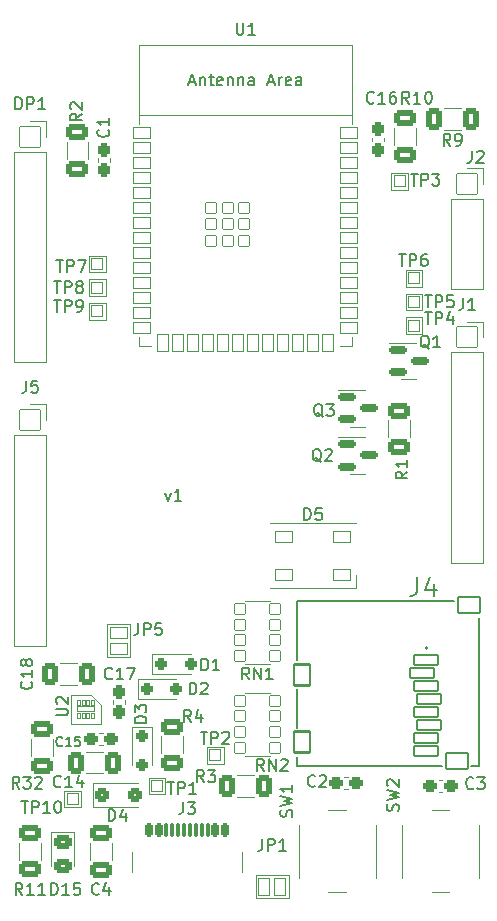
<source format=gbr>
%TF.GenerationSoftware,KiCad,Pcbnew,8.0.1-1.fc39*%
%TF.CreationDate,2024-05-03T11:27:30+02:00*%
%TF.ProjectId,esp32-board,65737033-322d-4626-9f61-72642e6b6963,rev?*%
%TF.SameCoordinates,Original*%
%TF.FileFunction,Legend,Top*%
%TF.FilePolarity,Positive*%
%FSLAX46Y46*%
G04 Gerber Fmt 4.6, Leading zero omitted, Abs format (unit mm)*
G04 Created by KiCad (PCBNEW 8.0.1-1.fc39) date 2024-05-03 11:27:30*
%MOMM*%
%LPD*%
G01*
G04 APERTURE LIST*
G04 Aperture macros list*
%AMRoundRect*
0 Rectangle with rounded corners*
0 $1 Rounding radius*
0 $2 $3 $4 $5 $6 $7 $8 $9 X,Y pos of 4 corners*
0 Add a 4 corners polygon primitive as box body*
4,1,4,$2,$3,$4,$5,$6,$7,$8,$9,$2,$3,0*
0 Add four circle primitives for the rounded corners*
1,1,$1+$1,$2,$3*
1,1,$1+$1,$4,$5*
1,1,$1+$1,$6,$7*
1,1,$1+$1,$8,$9*
0 Add four rect primitives between the rounded corners*
20,1,$1+$1,$2,$3,$4,$5,0*
20,1,$1+$1,$4,$5,$6,$7,0*
20,1,$1+$1,$6,$7,$8,$9,0*
20,1,$1+$1,$8,$9,$2,$3,0*%
G04 Aperture macros list end*
%ADD10C,0.150000*%
%ADD11C,0.120000*%
%ADD12C,0.200000*%
%ADD13C,0.100000*%
%ADD14RoundRect,0.038000X-0.750000X-0.450000X0.750000X-0.450000X0.750000X0.450000X-0.750000X0.450000X0*%
%ADD15RoundRect,0.038000X0.450000X-0.750000X0.450000X0.750000X-0.450000X0.750000X-0.450000X-0.750000X0*%
%ADD16RoundRect,0.038000X0.750000X0.450000X-0.750000X0.450000X-0.750000X-0.450000X0.750000X-0.450000X0*%
%ADD17RoundRect,0.038000X0.450000X0.450000X-0.450000X0.450000X-0.450000X-0.450000X0.450000X-0.450000X0*%
%ADD18RoundRect,0.169000X-0.606500X-0.169000X0.606500X-0.169000X0.606500X0.169000X-0.606500X0.169000X0*%
%ADD19RoundRect,0.256500X-0.319000X-0.256500X0.319000X-0.256500X0.319000X0.256500X-0.319000X0.256500X0*%
%ADD20RoundRect,0.256500X0.319000X0.256500X-0.319000X0.256500X-0.319000X-0.256500X0.319000X-0.256500X0*%
%ADD21RoundRect,0.038000X-0.750000X-0.500000X0.750000X-0.500000X0.750000X0.500000X-0.750000X0.500000X0*%
%ADD22RoundRect,0.264615X-0.648385X0.423385X-0.648385X-0.423385X0.648385X-0.423385X0.648385X0.423385X0*%
%ADD23RoundRect,0.267273X-0.320727X-0.320727X0.320727X-0.320727X0.320727X0.320727X-0.320727X0.320727X0*%
%ADD24RoundRect,0.038000X0.135000X0.175000X-0.135000X0.175000X-0.135000X-0.175000X0.135000X-0.175000X0*%
%ADD25RoundRect,0.038000X0.720000X0.220000X-0.720000X0.220000X-0.720000X-0.220000X0.720000X-0.220000X0*%
%ADD26RoundRect,0.038000X-0.500000X-0.500000X0.500000X-0.500000X0.500000X0.500000X-0.500000X0.500000X0*%
%ADD27RoundRect,0.269000X-0.269000X0.269000X-0.269000X-0.269000X0.269000X-0.269000X0.269000X0.269000X0*%
%ADD28RoundRect,0.102000X1.000000X-0.400000X1.000000X0.400000X-1.000000X0.400000X-1.000000X-0.400000X0*%
%ADD29RoundRect,0.102000X0.700000X-0.900000X0.700000X0.900000X-0.700000X0.900000X-0.700000X-0.900000X0*%
%ADD30RoundRect,0.102000X0.950000X-0.700000X0.950000X0.700000X-0.950000X0.700000X-0.950000X-0.700000X0*%
%ADD31RoundRect,0.264615X0.648385X-0.423385X0.648385X0.423385X-0.648385X0.423385X-0.648385X-0.423385X0*%
%ADD32RoundRect,0.256500X-0.256500X0.319000X-0.256500X-0.319000X0.256500X-0.319000X0.256500X0.319000X0*%
%ADD33RoundRect,0.264615X0.423385X0.648385X-0.423385X0.648385X-0.423385X-0.648385X0.423385X-0.648385X0*%
%ADD34RoundRect,0.038000X-0.500000X-0.750000X0.500000X-0.750000X0.500000X0.750000X-0.500000X0.750000X0*%
%ADD35RoundRect,0.264615X-0.423385X-0.648385X0.423385X-0.648385X0.423385X0.648385X-0.423385X0.648385X0*%
%ADD36RoundRect,0.264340X-0.436160X-0.673660X0.436160X-0.673660X0.436160X0.673660X-0.436160X0.673660X0*%
%ADD37C,2.076000*%
%ADD38RoundRect,0.256500X0.256500X-0.319000X0.256500X0.319000X-0.256500X0.319000X-0.256500X-0.319000X0*%
%ADD39RoundRect,0.269000X-0.269000X-0.269000X0.269000X-0.269000X0.269000X0.269000X-0.269000X0.269000X0*%
%ADD40RoundRect,0.038000X0.750000X-0.500000X0.750000X0.500000X-0.750000X0.500000X-0.750000X-0.500000X0*%
%ADD41RoundRect,0.038000X-0.850000X-0.850000X0.850000X-0.850000X0.850000X0.850000X-0.850000X0.850000X0*%
%ADD42O,1.776000X1.776000*%
%ADD43C,0.726000*%
%ADD44RoundRect,0.169000X-0.169000X-0.444000X0.169000X-0.444000X0.169000X0.444000X-0.169000X0.444000X0*%
%ADD45RoundRect,0.094000X-0.094000X-0.519000X0.094000X-0.519000X0.094000X0.519000X-0.094000X0.519000X0*%
%ADD46O,1.076000X2.176000*%
%ADD47O,1.076000X1.876000*%
%ADD48RoundRect,0.264340X-0.673660X0.436160X-0.673660X-0.436160X0.673660X-0.436160X0.673660X0.436160X0*%
%ADD49RoundRect,0.264340X0.436160X0.673660X-0.436160X0.673660X-0.436160X-0.673660X0.436160X-0.673660X0*%
%ADD50RoundRect,0.266522X-0.471478X0.346478X-0.471478X-0.346478X0.471478X-0.346478X0.471478X0.346478X0*%
G04 APERTURE END LIST*
D10*
X134941541Y-53153152D02*
X135179636Y-53819819D01*
X135179636Y-53819819D02*
X135417731Y-53153152D01*
X136322493Y-53819819D02*
X135751065Y-53819819D01*
X136036779Y-53819819D02*
X136036779Y-52819819D01*
X136036779Y-52819819D02*
X135941541Y-52962676D01*
X135941541Y-52962676D02*
X135846303Y-53057914D01*
X135846303Y-53057914D02*
X135751065Y-53105533D01*
X140988095Y-13364819D02*
X140988095Y-14174342D01*
X140988095Y-14174342D02*
X141035714Y-14269580D01*
X141035714Y-14269580D02*
X141083333Y-14317200D01*
X141083333Y-14317200D02*
X141178571Y-14364819D01*
X141178571Y-14364819D02*
X141369047Y-14364819D01*
X141369047Y-14364819D02*
X141464285Y-14317200D01*
X141464285Y-14317200D02*
X141511904Y-14269580D01*
X141511904Y-14269580D02*
X141559523Y-14174342D01*
X141559523Y-14174342D02*
X141559523Y-13364819D01*
X142559523Y-14364819D02*
X141988095Y-14364819D01*
X142273809Y-14364819D02*
X142273809Y-13364819D01*
X142273809Y-13364819D02*
X142178571Y-13507676D01*
X142178571Y-13507676D02*
X142083333Y-13602914D01*
X142083333Y-13602914D02*
X141988095Y-13650533D01*
X136988094Y-18379104D02*
X137464284Y-18379104D01*
X136892856Y-18664819D02*
X137226189Y-17664819D01*
X137226189Y-17664819D02*
X137559522Y-18664819D01*
X137892856Y-17998152D02*
X137892856Y-18664819D01*
X137892856Y-18093390D02*
X137940475Y-18045771D01*
X137940475Y-18045771D02*
X138035713Y-17998152D01*
X138035713Y-17998152D02*
X138178570Y-17998152D01*
X138178570Y-17998152D02*
X138273808Y-18045771D01*
X138273808Y-18045771D02*
X138321427Y-18141009D01*
X138321427Y-18141009D02*
X138321427Y-18664819D01*
X138654761Y-17998152D02*
X139035713Y-17998152D01*
X138797618Y-17664819D02*
X138797618Y-18521961D01*
X138797618Y-18521961D02*
X138845237Y-18617200D01*
X138845237Y-18617200D02*
X138940475Y-18664819D01*
X138940475Y-18664819D02*
X139035713Y-18664819D01*
X139749999Y-18617200D02*
X139654761Y-18664819D01*
X139654761Y-18664819D02*
X139464285Y-18664819D01*
X139464285Y-18664819D02*
X139369047Y-18617200D01*
X139369047Y-18617200D02*
X139321428Y-18521961D01*
X139321428Y-18521961D02*
X139321428Y-18141009D01*
X139321428Y-18141009D02*
X139369047Y-18045771D01*
X139369047Y-18045771D02*
X139464285Y-17998152D01*
X139464285Y-17998152D02*
X139654761Y-17998152D01*
X139654761Y-17998152D02*
X139749999Y-18045771D01*
X139749999Y-18045771D02*
X139797618Y-18141009D01*
X139797618Y-18141009D02*
X139797618Y-18236247D01*
X139797618Y-18236247D02*
X139321428Y-18331485D01*
X140226190Y-17998152D02*
X140226190Y-18664819D01*
X140226190Y-18093390D02*
X140273809Y-18045771D01*
X140273809Y-18045771D02*
X140369047Y-17998152D01*
X140369047Y-17998152D02*
X140511904Y-17998152D01*
X140511904Y-17998152D02*
X140607142Y-18045771D01*
X140607142Y-18045771D02*
X140654761Y-18141009D01*
X140654761Y-18141009D02*
X140654761Y-18664819D01*
X141130952Y-17998152D02*
X141130952Y-18664819D01*
X141130952Y-18093390D02*
X141178571Y-18045771D01*
X141178571Y-18045771D02*
X141273809Y-17998152D01*
X141273809Y-17998152D02*
X141416666Y-17998152D01*
X141416666Y-17998152D02*
X141511904Y-18045771D01*
X141511904Y-18045771D02*
X141559523Y-18141009D01*
X141559523Y-18141009D02*
X141559523Y-18664819D01*
X142464285Y-18664819D02*
X142464285Y-18141009D01*
X142464285Y-18141009D02*
X142416666Y-18045771D01*
X142416666Y-18045771D02*
X142321428Y-17998152D01*
X142321428Y-17998152D02*
X142130952Y-17998152D01*
X142130952Y-17998152D02*
X142035714Y-18045771D01*
X142464285Y-18617200D02*
X142369047Y-18664819D01*
X142369047Y-18664819D02*
X142130952Y-18664819D01*
X142130952Y-18664819D02*
X142035714Y-18617200D01*
X142035714Y-18617200D02*
X141988095Y-18521961D01*
X141988095Y-18521961D02*
X141988095Y-18426723D01*
X141988095Y-18426723D02*
X142035714Y-18331485D01*
X142035714Y-18331485D02*
X142130952Y-18283866D01*
X142130952Y-18283866D02*
X142369047Y-18283866D01*
X142369047Y-18283866D02*
X142464285Y-18236247D01*
X143654762Y-18379104D02*
X144130952Y-18379104D01*
X143559524Y-18664819D02*
X143892857Y-17664819D01*
X143892857Y-17664819D02*
X144226190Y-18664819D01*
X144559524Y-18664819D02*
X144559524Y-17998152D01*
X144559524Y-18188628D02*
X144607143Y-18093390D01*
X144607143Y-18093390D02*
X144654762Y-18045771D01*
X144654762Y-18045771D02*
X144750000Y-17998152D01*
X144750000Y-17998152D02*
X144845238Y-17998152D01*
X145559524Y-18617200D02*
X145464286Y-18664819D01*
X145464286Y-18664819D02*
X145273810Y-18664819D01*
X145273810Y-18664819D02*
X145178572Y-18617200D01*
X145178572Y-18617200D02*
X145130953Y-18521961D01*
X145130953Y-18521961D02*
X145130953Y-18141009D01*
X145130953Y-18141009D02*
X145178572Y-18045771D01*
X145178572Y-18045771D02*
X145273810Y-17998152D01*
X145273810Y-17998152D02*
X145464286Y-17998152D01*
X145464286Y-17998152D02*
X145559524Y-18045771D01*
X145559524Y-18045771D02*
X145607143Y-18141009D01*
X145607143Y-18141009D02*
X145607143Y-18236247D01*
X145607143Y-18236247D02*
X145130953Y-18331485D01*
X146464286Y-18664819D02*
X146464286Y-18141009D01*
X146464286Y-18141009D02*
X146416667Y-18045771D01*
X146416667Y-18045771D02*
X146321429Y-17998152D01*
X146321429Y-17998152D02*
X146130953Y-17998152D01*
X146130953Y-17998152D02*
X146035715Y-18045771D01*
X146464286Y-18617200D02*
X146369048Y-18664819D01*
X146369048Y-18664819D02*
X146130953Y-18664819D01*
X146130953Y-18664819D02*
X146035715Y-18617200D01*
X146035715Y-18617200D02*
X145988096Y-18521961D01*
X145988096Y-18521961D02*
X145988096Y-18426723D01*
X145988096Y-18426723D02*
X146035715Y-18331485D01*
X146035715Y-18331485D02*
X146130953Y-18283866D01*
X146130953Y-18283866D02*
X146369048Y-18283866D01*
X146369048Y-18283866D02*
X146464286Y-18236247D01*
X148292261Y-46750057D02*
X148197023Y-46702438D01*
X148197023Y-46702438D02*
X148101785Y-46607200D01*
X148101785Y-46607200D02*
X147958928Y-46464342D01*
X147958928Y-46464342D02*
X147863690Y-46416723D01*
X147863690Y-46416723D02*
X147768452Y-46416723D01*
X147816071Y-46654819D02*
X147720833Y-46607200D01*
X147720833Y-46607200D02*
X147625595Y-46511961D01*
X147625595Y-46511961D02*
X147577976Y-46321485D01*
X147577976Y-46321485D02*
X147577976Y-45988152D01*
X147577976Y-45988152D02*
X147625595Y-45797676D01*
X147625595Y-45797676D02*
X147720833Y-45702438D01*
X147720833Y-45702438D02*
X147816071Y-45654819D01*
X147816071Y-45654819D02*
X148006547Y-45654819D01*
X148006547Y-45654819D02*
X148101785Y-45702438D01*
X148101785Y-45702438D02*
X148197023Y-45797676D01*
X148197023Y-45797676D02*
X148244642Y-45988152D01*
X148244642Y-45988152D02*
X148244642Y-46321485D01*
X148244642Y-46321485D02*
X148197023Y-46511961D01*
X148197023Y-46511961D02*
X148101785Y-46607200D01*
X148101785Y-46607200D02*
X148006547Y-46654819D01*
X148006547Y-46654819D02*
X147816071Y-46654819D01*
X148577976Y-45654819D02*
X149197023Y-45654819D01*
X149197023Y-45654819D02*
X148863690Y-46035771D01*
X148863690Y-46035771D02*
X149006547Y-46035771D01*
X149006547Y-46035771D02*
X149101785Y-46083390D01*
X149101785Y-46083390D02*
X149149404Y-46131009D01*
X149149404Y-46131009D02*
X149197023Y-46226247D01*
X149197023Y-46226247D02*
X149197023Y-46464342D01*
X149197023Y-46464342D02*
X149149404Y-46559580D01*
X149149404Y-46559580D02*
X149101785Y-46607200D01*
X149101785Y-46607200D02*
X149006547Y-46654819D01*
X149006547Y-46654819D02*
X148720833Y-46654819D01*
X148720833Y-46654819D02*
X148625595Y-46607200D01*
X148625595Y-46607200D02*
X148577976Y-46559580D01*
X126235714Y-74536104D02*
X126197618Y-74574200D01*
X126197618Y-74574200D02*
X126083333Y-74612295D01*
X126083333Y-74612295D02*
X126007142Y-74612295D01*
X126007142Y-74612295D02*
X125892856Y-74574200D01*
X125892856Y-74574200D02*
X125816666Y-74498009D01*
X125816666Y-74498009D02*
X125778571Y-74421819D01*
X125778571Y-74421819D02*
X125740475Y-74269438D01*
X125740475Y-74269438D02*
X125740475Y-74155152D01*
X125740475Y-74155152D02*
X125778571Y-74002771D01*
X125778571Y-74002771D02*
X125816666Y-73926580D01*
X125816666Y-73926580D02*
X125892856Y-73850390D01*
X125892856Y-73850390D02*
X126007142Y-73812295D01*
X126007142Y-73812295D02*
X126083333Y-73812295D01*
X126083333Y-73812295D02*
X126197618Y-73850390D01*
X126197618Y-73850390D02*
X126235714Y-73888485D01*
X126997618Y-74612295D02*
X126540475Y-74612295D01*
X126769047Y-74612295D02*
X126769047Y-73812295D01*
X126769047Y-73812295D02*
X126692856Y-73926580D01*
X126692856Y-73926580D02*
X126616666Y-74002771D01*
X126616666Y-74002771D02*
X126540475Y-74040866D01*
X127721428Y-73812295D02*
X127340476Y-73812295D01*
X127340476Y-73812295D02*
X127302380Y-74193247D01*
X127302380Y-74193247D02*
X127340476Y-74155152D01*
X127340476Y-74155152D02*
X127416666Y-74117057D01*
X127416666Y-74117057D02*
X127607142Y-74117057D01*
X127607142Y-74117057D02*
X127683333Y-74155152D01*
X127683333Y-74155152D02*
X127721428Y-74193247D01*
X127721428Y-74193247D02*
X127759523Y-74269438D01*
X127759523Y-74269438D02*
X127759523Y-74459914D01*
X127759523Y-74459914D02*
X127721428Y-74536104D01*
X127721428Y-74536104D02*
X127683333Y-74574200D01*
X127683333Y-74574200D02*
X127607142Y-74612295D01*
X127607142Y-74612295D02*
X127416666Y-74612295D01*
X127416666Y-74612295D02*
X127340476Y-74574200D01*
X127340476Y-74574200D02*
X127302380Y-74536104D01*
X161033333Y-78159580D02*
X160985714Y-78207200D01*
X160985714Y-78207200D02*
X160842857Y-78254819D01*
X160842857Y-78254819D02*
X160747619Y-78254819D01*
X160747619Y-78254819D02*
X160604762Y-78207200D01*
X160604762Y-78207200D02*
X160509524Y-78111961D01*
X160509524Y-78111961D02*
X160461905Y-78016723D01*
X160461905Y-78016723D02*
X160414286Y-77826247D01*
X160414286Y-77826247D02*
X160414286Y-77683390D01*
X160414286Y-77683390D02*
X160461905Y-77492914D01*
X160461905Y-77492914D02*
X160509524Y-77397676D01*
X160509524Y-77397676D02*
X160604762Y-77302438D01*
X160604762Y-77302438D02*
X160747619Y-77254819D01*
X160747619Y-77254819D02*
X160842857Y-77254819D01*
X160842857Y-77254819D02*
X160985714Y-77302438D01*
X160985714Y-77302438D02*
X161033333Y-77350057D01*
X161366667Y-77254819D02*
X161985714Y-77254819D01*
X161985714Y-77254819D02*
X161652381Y-77635771D01*
X161652381Y-77635771D02*
X161795238Y-77635771D01*
X161795238Y-77635771D02*
X161890476Y-77683390D01*
X161890476Y-77683390D02*
X161938095Y-77731009D01*
X161938095Y-77731009D02*
X161985714Y-77826247D01*
X161985714Y-77826247D02*
X161985714Y-78064342D01*
X161985714Y-78064342D02*
X161938095Y-78159580D01*
X161938095Y-78159580D02*
X161890476Y-78207200D01*
X161890476Y-78207200D02*
X161795238Y-78254819D01*
X161795238Y-78254819D02*
X161509524Y-78254819D01*
X161509524Y-78254819D02*
X161414286Y-78207200D01*
X161414286Y-78207200D02*
X161366667Y-78159580D01*
X146711905Y-55454819D02*
X146711905Y-54454819D01*
X146711905Y-54454819D02*
X146950000Y-54454819D01*
X146950000Y-54454819D02*
X147092857Y-54502438D01*
X147092857Y-54502438D02*
X147188095Y-54597676D01*
X147188095Y-54597676D02*
X147235714Y-54692914D01*
X147235714Y-54692914D02*
X147283333Y-54883390D01*
X147283333Y-54883390D02*
X147283333Y-55026247D01*
X147283333Y-55026247D02*
X147235714Y-55216723D01*
X147235714Y-55216723D02*
X147188095Y-55311961D01*
X147188095Y-55311961D02*
X147092857Y-55407200D01*
X147092857Y-55407200D02*
X146950000Y-55454819D01*
X146950000Y-55454819D02*
X146711905Y-55454819D01*
X148188095Y-54454819D02*
X147711905Y-54454819D01*
X147711905Y-54454819D02*
X147664286Y-54931009D01*
X147664286Y-54931009D02*
X147711905Y-54883390D01*
X147711905Y-54883390D02*
X147807143Y-54835771D01*
X147807143Y-54835771D02*
X148045238Y-54835771D01*
X148045238Y-54835771D02*
X148140476Y-54883390D01*
X148140476Y-54883390D02*
X148188095Y-54931009D01*
X148188095Y-54931009D02*
X148235714Y-55026247D01*
X148235714Y-55026247D02*
X148235714Y-55264342D01*
X148235714Y-55264342D02*
X148188095Y-55359580D01*
X148188095Y-55359580D02*
X148140476Y-55407200D01*
X148140476Y-55407200D02*
X148045238Y-55454819D01*
X148045238Y-55454819D02*
X147807143Y-55454819D01*
X147807143Y-55454819D02*
X147711905Y-55407200D01*
X147711905Y-55407200D02*
X147664286Y-55359580D01*
X122607142Y-78204819D02*
X122273809Y-77728628D01*
X122035714Y-78204819D02*
X122035714Y-77204819D01*
X122035714Y-77204819D02*
X122416666Y-77204819D01*
X122416666Y-77204819D02*
X122511904Y-77252438D01*
X122511904Y-77252438D02*
X122559523Y-77300057D01*
X122559523Y-77300057D02*
X122607142Y-77395295D01*
X122607142Y-77395295D02*
X122607142Y-77538152D01*
X122607142Y-77538152D02*
X122559523Y-77633390D01*
X122559523Y-77633390D02*
X122511904Y-77681009D01*
X122511904Y-77681009D02*
X122416666Y-77728628D01*
X122416666Y-77728628D02*
X122035714Y-77728628D01*
X122940476Y-77204819D02*
X123559523Y-77204819D01*
X123559523Y-77204819D02*
X123226190Y-77585771D01*
X123226190Y-77585771D02*
X123369047Y-77585771D01*
X123369047Y-77585771D02*
X123464285Y-77633390D01*
X123464285Y-77633390D02*
X123511904Y-77681009D01*
X123511904Y-77681009D02*
X123559523Y-77776247D01*
X123559523Y-77776247D02*
X123559523Y-78014342D01*
X123559523Y-78014342D02*
X123511904Y-78109580D01*
X123511904Y-78109580D02*
X123464285Y-78157200D01*
X123464285Y-78157200D02*
X123369047Y-78204819D01*
X123369047Y-78204819D02*
X123083333Y-78204819D01*
X123083333Y-78204819D02*
X122988095Y-78157200D01*
X122988095Y-78157200D02*
X122940476Y-78109580D01*
X123940476Y-77300057D02*
X123988095Y-77252438D01*
X123988095Y-77252438D02*
X124083333Y-77204819D01*
X124083333Y-77204819D02*
X124321428Y-77204819D01*
X124321428Y-77204819D02*
X124416666Y-77252438D01*
X124416666Y-77252438D02*
X124464285Y-77300057D01*
X124464285Y-77300057D02*
X124511904Y-77395295D01*
X124511904Y-77395295D02*
X124511904Y-77490533D01*
X124511904Y-77490533D02*
X124464285Y-77633390D01*
X124464285Y-77633390D02*
X123892857Y-78204819D01*
X123892857Y-78204819D02*
X124511904Y-78204819D01*
X157304761Y-40950057D02*
X157209523Y-40902438D01*
X157209523Y-40902438D02*
X157114285Y-40807200D01*
X157114285Y-40807200D02*
X156971428Y-40664342D01*
X156971428Y-40664342D02*
X156876190Y-40616723D01*
X156876190Y-40616723D02*
X156780952Y-40616723D01*
X156828571Y-40854819D02*
X156733333Y-40807200D01*
X156733333Y-40807200D02*
X156638095Y-40711961D01*
X156638095Y-40711961D02*
X156590476Y-40521485D01*
X156590476Y-40521485D02*
X156590476Y-40188152D01*
X156590476Y-40188152D02*
X156638095Y-39997676D01*
X156638095Y-39997676D02*
X156733333Y-39902438D01*
X156733333Y-39902438D02*
X156828571Y-39854819D01*
X156828571Y-39854819D02*
X157019047Y-39854819D01*
X157019047Y-39854819D02*
X157114285Y-39902438D01*
X157114285Y-39902438D02*
X157209523Y-39997676D01*
X157209523Y-39997676D02*
X157257142Y-40188152D01*
X157257142Y-40188152D02*
X157257142Y-40521485D01*
X157257142Y-40521485D02*
X157209523Y-40711961D01*
X157209523Y-40711961D02*
X157114285Y-40807200D01*
X157114285Y-40807200D02*
X157019047Y-40854819D01*
X157019047Y-40854819D02*
X156828571Y-40854819D01*
X158209523Y-40854819D02*
X157638095Y-40854819D01*
X157923809Y-40854819D02*
X157923809Y-39854819D01*
X157923809Y-39854819D02*
X157828571Y-39997676D01*
X157828571Y-39997676D02*
X157733333Y-40092914D01*
X157733333Y-40092914D02*
X157638095Y-40140533D01*
X130161905Y-80954819D02*
X130161905Y-79954819D01*
X130161905Y-79954819D02*
X130400000Y-79954819D01*
X130400000Y-79954819D02*
X130542857Y-80002438D01*
X130542857Y-80002438D02*
X130638095Y-80097676D01*
X130638095Y-80097676D02*
X130685714Y-80192914D01*
X130685714Y-80192914D02*
X130733333Y-80383390D01*
X130733333Y-80383390D02*
X130733333Y-80526247D01*
X130733333Y-80526247D02*
X130685714Y-80716723D01*
X130685714Y-80716723D02*
X130638095Y-80811961D01*
X130638095Y-80811961D02*
X130542857Y-80907200D01*
X130542857Y-80907200D02*
X130400000Y-80954819D01*
X130400000Y-80954819D02*
X130161905Y-80954819D01*
X131590476Y-80288152D02*
X131590476Y-80954819D01*
X131352381Y-79907200D02*
X131114286Y-80621485D01*
X131114286Y-80621485D02*
X131733333Y-80621485D01*
X125704819Y-72011904D02*
X126514342Y-72011904D01*
X126514342Y-72011904D02*
X126609580Y-71964285D01*
X126609580Y-71964285D02*
X126657200Y-71916666D01*
X126657200Y-71916666D02*
X126704819Y-71821428D01*
X126704819Y-71821428D02*
X126704819Y-71630952D01*
X126704819Y-71630952D02*
X126657200Y-71535714D01*
X126657200Y-71535714D02*
X126609580Y-71488095D01*
X126609580Y-71488095D02*
X126514342Y-71440476D01*
X126514342Y-71440476D02*
X125704819Y-71440476D01*
X125800057Y-71011904D02*
X125752438Y-70964285D01*
X125752438Y-70964285D02*
X125704819Y-70869047D01*
X125704819Y-70869047D02*
X125704819Y-70630952D01*
X125704819Y-70630952D02*
X125752438Y-70535714D01*
X125752438Y-70535714D02*
X125800057Y-70488095D01*
X125800057Y-70488095D02*
X125895295Y-70440476D01*
X125895295Y-70440476D02*
X125990533Y-70440476D01*
X125990533Y-70440476D02*
X126133390Y-70488095D01*
X126133390Y-70488095D02*
X126704819Y-71059523D01*
X126704819Y-71059523D02*
X126704819Y-70440476D01*
X125538095Y-35254819D02*
X126109523Y-35254819D01*
X125823809Y-36254819D02*
X125823809Y-35254819D01*
X126442857Y-36254819D02*
X126442857Y-35254819D01*
X126442857Y-35254819D02*
X126823809Y-35254819D01*
X126823809Y-35254819D02*
X126919047Y-35302438D01*
X126919047Y-35302438D02*
X126966666Y-35350057D01*
X126966666Y-35350057D02*
X127014285Y-35445295D01*
X127014285Y-35445295D02*
X127014285Y-35588152D01*
X127014285Y-35588152D02*
X126966666Y-35683390D01*
X126966666Y-35683390D02*
X126919047Y-35731009D01*
X126919047Y-35731009D02*
X126823809Y-35778628D01*
X126823809Y-35778628D02*
X126442857Y-35778628D01*
X127585714Y-35683390D02*
X127490476Y-35635771D01*
X127490476Y-35635771D02*
X127442857Y-35588152D01*
X127442857Y-35588152D02*
X127395238Y-35492914D01*
X127395238Y-35492914D02*
X127395238Y-35445295D01*
X127395238Y-35445295D02*
X127442857Y-35350057D01*
X127442857Y-35350057D02*
X127490476Y-35302438D01*
X127490476Y-35302438D02*
X127585714Y-35254819D01*
X127585714Y-35254819D02*
X127776190Y-35254819D01*
X127776190Y-35254819D02*
X127871428Y-35302438D01*
X127871428Y-35302438D02*
X127919047Y-35350057D01*
X127919047Y-35350057D02*
X127966666Y-35445295D01*
X127966666Y-35445295D02*
X127966666Y-35492914D01*
X127966666Y-35492914D02*
X127919047Y-35588152D01*
X127919047Y-35588152D02*
X127871428Y-35635771D01*
X127871428Y-35635771D02*
X127776190Y-35683390D01*
X127776190Y-35683390D02*
X127585714Y-35683390D01*
X127585714Y-35683390D02*
X127490476Y-35731009D01*
X127490476Y-35731009D02*
X127442857Y-35778628D01*
X127442857Y-35778628D02*
X127395238Y-35873866D01*
X127395238Y-35873866D02*
X127395238Y-36064342D01*
X127395238Y-36064342D02*
X127442857Y-36159580D01*
X127442857Y-36159580D02*
X127490476Y-36207200D01*
X127490476Y-36207200D02*
X127585714Y-36254819D01*
X127585714Y-36254819D02*
X127776190Y-36254819D01*
X127776190Y-36254819D02*
X127871428Y-36207200D01*
X127871428Y-36207200D02*
X127919047Y-36159580D01*
X127919047Y-36159580D02*
X127966666Y-36064342D01*
X127966666Y-36064342D02*
X127966666Y-35873866D01*
X127966666Y-35873866D02*
X127919047Y-35778628D01*
X127919047Y-35778628D02*
X127871428Y-35731009D01*
X127871428Y-35731009D02*
X127776190Y-35683390D01*
X133354819Y-72638094D02*
X132354819Y-72638094D01*
X132354819Y-72638094D02*
X132354819Y-72399999D01*
X132354819Y-72399999D02*
X132402438Y-72257142D01*
X132402438Y-72257142D02*
X132497676Y-72161904D01*
X132497676Y-72161904D02*
X132592914Y-72114285D01*
X132592914Y-72114285D02*
X132783390Y-72066666D01*
X132783390Y-72066666D02*
X132926247Y-72066666D01*
X132926247Y-72066666D02*
X133116723Y-72114285D01*
X133116723Y-72114285D02*
X133211961Y-72161904D01*
X133211961Y-72161904D02*
X133307200Y-72257142D01*
X133307200Y-72257142D02*
X133354819Y-72399999D01*
X133354819Y-72399999D02*
X133354819Y-72638094D01*
X132354819Y-71733332D02*
X132354819Y-71114285D01*
X132354819Y-71114285D02*
X132735771Y-71447618D01*
X132735771Y-71447618D02*
X132735771Y-71304761D01*
X132735771Y-71304761D02*
X132783390Y-71209523D01*
X132783390Y-71209523D02*
X132831009Y-71161904D01*
X132831009Y-71161904D02*
X132926247Y-71114285D01*
X132926247Y-71114285D02*
X133164342Y-71114285D01*
X133164342Y-71114285D02*
X133259580Y-71161904D01*
X133259580Y-71161904D02*
X133307200Y-71209523D01*
X133307200Y-71209523D02*
X133354819Y-71304761D01*
X133354819Y-71304761D02*
X133354819Y-71590475D01*
X133354819Y-71590475D02*
X133307200Y-71685713D01*
X133307200Y-71685713D02*
X133259580Y-71733332D01*
X156266378Y-60331925D02*
X156266378Y-61475401D01*
X156266378Y-61475401D02*
X156190147Y-61704096D01*
X156190147Y-61704096D02*
X156037683Y-61856560D01*
X156037683Y-61856560D02*
X155808988Y-61932791D01*
X155808988Y-61932791D02*
X155656525Y-61932791D01*
X157714781Y-60865547D02*
X157714781Y-61932791D01*
X157333622Y-60255694D02*
X156952463Y-61399169D01*
X156952463Y-61399169D02*
X157943476Y-61399169D01*
X137133333Y-72554819D02*
X136800000Y-72078628D01*
X136561905Y-72554819D02*
X136561905Y-71554819D01*
X136561905Y-71554819D02*
X136942857Y-71554819D01*
X136942857Y-71554819D02*
X137038095Y-71602438D01*
X137038095Y-71602438D02*
X137085714Y-71650057D01*
X137085714Y-71650057D02*
X137133333Y-71745295D01*
X137133333Y-71745295D02*
X137133333Y-71888152D01*
X137133333Y-71888152D02*
X137085714Y-71983390D01*
X137085714Y-71983390D02*
X137038095Y-72031009D01*
X137038095Y-72031009D02*
X136942857Y-72078628D01*
X136942857Y-72078628D02*
X136561905Y-72078628D01*
X137990476Y-71888152D02*
X137990476Y-72554819D01*
X137752381Y-71507200D02*
X137514286Y-72221485D01*
X137514286Y-72221485D02*
X138133333Y-72221485D01*
X130457142Y-68859580D02*
X130409523Y-68907200D01*
X130409523Y-68907200D02*
X130266666Y-68954819D01*
X130266666Y-68954819D02*
X130171428Y-68954819D01*
X130171428Y-68954819D02*
X130028571Y-68907200D01*
X130028571Y-68907200D02*
X129933333Y-68811961D01*
X129933333Y-68811961D02*
X129885714Y-68716723D01*
X129885714Y-68716723D02*
X129838095Y-68526247D01*
X129838095Y-68526247D02*
X129838095Y-68383390D01*
X129838095Y-68383390D02*
X129885714Y-68192914D01*
X129885714Y-68192914D02*
X129933333Y-68097676D01*
X129933333Y-68097676D02*
X130028571Y-68002438D01*
X130028571Y-68002438D02*
X130171428Y-67954819D01*
X130171428Y-67954819D02*
X130266666Y-67954819D01*
X130266666Y-67954819D02*
X130409523Y-68002438D01*
X130409523Y-68002438D02*
X130457142Y-68050057D01*
X131409523Y-68954819D02*
X130838095Y-68954819D01*
X131123809Y-68954819D02*
X131123809Y-67954819D01*
X131123809Y-67954819D02*
X131028571Y-68097676D01*
X131028571Y-68097676D02*
X130933333Y-68192914D01*
X130933333Y-68192914D02*
X130838095Y-68240533D01*
X131742857Y-67954819D02*
X132409523Y-67954819D01*
X132409523Y-67954819D02*
X131980952Y-68954819D01*
X155607142Y-20204819D02*
X155273809Y-19728628D01*
X155035714Y-20204819D02*
X155035714Y-19204819D01*
X155035714Y-19204819D02*
X155416666Y-19204819D01*
X155416666Y-19204819D02*
X155511904Y-19252438D01*
X155511904Y-19252438D02*
X155559523Y-19300057D01*
X155559523Y-19300057D02*
X155607142Y-19395295D01*
X155607142Y-19395295D02*
X155607142Y-19538152D01*
X155607142Y-19538152D02*
X155559523Y-19633390D01*
X155559523Y-19633390D02*
X155511904Y-19681009D01*
X155511904Y-19681009D02*
X155416666Y-19728628D01*
X155416666Y-19728628D02*
X155035714Y-19728628D01*
X156559523Y-20204819D02*
X155988095Y-20204819D01*
X156273809Y-20204819D02*
X156273809Y-19204819D01*
X156273809Y-19204819D02*
X156178571Y-19347676D01*
X156178571Y-19347676D02*
X156083333Y-19442914D01*
X156083333Y-19442914D02*
X155988095Y-19490533D01*
X157178571Y-19204819D02*
X157273809Y-19204819D01*
X157273809Y-19204819D02*
X157369047Y-19252438D01*
X157369047Y-19252438D02*
X157416666Y-19300057D01*
X157416666Y-19300057D02*
X157464285Y-19395295D01*
X157464285Y-19395295D02*
X157511904Y-19585771D01*
X157511904Y-19585771D02*
X157511904Y-19823866D01*
X157511904Y-19823866D02*
X157464285Y-20014342D01*
X157464285Y-20014342D02*
X157416666Y-20109580D01*
X157416666Y-20109580D02*
X157369047Y-20157200D01*
X157369047Y-20157200D02*
X157273809Y-20204819D01*
X157273809Y-20204819D02*
X157178571Y-20204819D01*
X157178571Y-20204819D02*
X157083333Y-20157200D01*
X157083333Y-20157200D02*
X157035714Y-20109580D01*
X157035714Y-20109580D02*
X156988095Y-20014342D01*
X156988095Y-20014342D02*
X156940476Y-19823866D01*
X156940476Y-19823866D02*
X156940476Y-19585771D01*
X156940476Y-19585771D02*
X156988095Y-19395295D01*
X156988095Y-19395295D02*
X157035714Y-19300057D01*
X157035714Y-19300057D02*
X157083333Y-19252438D01*
X157083333Y-19252438D02*
X157178571Y-19204819D01*
X159083333Y-23774819D02*
X158750000Y-23298628D01*
X158511905Y-23774819D02*
X158511905Y-22774819D01*
X158511905Y-22774819D02*
X158892857Y-22774819D01*
X158892857Y-22774819D02*
X158988095Y-22822438D01*
X158988095Y-22822438D02*
X159035714Y-22870057D01*
X159035714Y-22870057D02*
X159083333Y-22965295D01*
X159083333Y-22965295D02*
X159083333Y-23108152D01*
X159083333Y-23108152D02*
X159035714Y-23203390D01*
X159035714Y-23203390D02*
X158988095Y-23251009D01*
X158988095Y-23251009D02*
X158892857Y-23298628D01*
X158892857Y-23298628D02*
X158511905Y-23298628D01*
X159559524Y-23774819D02*
X159750000Y-23774819D01*
X159750000Y-23774819D02*
X159845238Y-23727200D01*
X159845238Y-23727200D02*
X159892857Y-23679580D01*
X159892857Y-23679580D02*
X159988095Y-23536723D01*
X159988095Y-23536723D02*
X160035714Y-23346247D01*
X160035714Y-23346247D02*
X160035714Y-22965295D01*
X160035714Y-22965295D02*
X159988095Y-22870057D01*
X159988095Y-22870057D02*
X159940476Y-22822438D01*
X159940476Y-22822438D02*
X159845238Y-22774819D01*
X159845238Y-22774819D02*
X159654762Y-22774819D01*
X159654762Y-22774819D02*
X159559524Y-22822438D01*
X159559524Y-22822438D02*
X159511905Y-22870057D01*
X159511905Y-22870057D02*
X159464286Y-22965295D01*
X159464286Y-22965295D02*
X159464286Y-23203390D01*
X159464286Y-23203390D02*
X159511905Y-23298628D01*
X159511905Y-23298628D02*
X159559524Y-23346247D01*
X159559524Y-23346247D02*
X159654762Y-23393866D01*
X159654762Y-23393866D02*
X159845238Y-23393866D01*
X159845238Y-23393866D02*
X159940476Y-23346247D01*
X159940476Y-23346247D02*
X159988095Y-23298628D01*
X159988095Y-23298628D02*
X160035714Y-23203390D01*
X143166666Y-82454819D02*
X143166666Y-83169104D01*
X143166666Y-83169104D02*
X143119047Y-83311961D01*
X143119047Y-83311961D02*
X143023809Y-83407200D01*
X143023809Y-83407200D02*
X142880952Y-83454819D01*
X142880952Y-83454819D02*
X142785714Y-83454819D01*
X143642857Y-83454819D02*
X143642857Y-82454819D01*
X143642857Y-82454819D02*
X144023809Y-82454819D01*
X144023809Y-82454819D02*
X144119047Y-82502438D01*
X144119047Y-82502438D02*
X144166666Y-82550057D01*
X144166666Y-82550057D02*
X144214285Y-82645295D01*
X144214285Y-82645295D02*
X144214285Y-82788152D01*
X144214285Y-82788152D02*
X144166666Y-82883390D01*
X144166666Y-82883390D02*
X144119047Y-82931009D01*
X144119047Y-82931009D02*
X144023809Y-82978628D01*
X144023809Y-82978628D02*
X143642857Y-82978628D01*
X145166666Y-83454819D02*
X144595238Y-83454819D01*
X144880952Y-83454819D02*
X144880952Y-82454819D01*
X144880952Y-82454819D02*
X144785714Y-82597676D01*
X144785714Y-82597676D02*
X144690476Y-82692914D01*
X144690476Y-82692914D02*
X144595238Y-82740533D01*
X125538095Y-36854819D02*
X126109523Y-36854819D01*
X125823809Y-37854819D02*
X125823809Y-36854819D01*
X126442857Y-37854819D02*
X126442857Y-36854819D01*
X126442857Y-36854819D02*
X126823809Y-36854819D01*
X126823809Y-36854819D02*
X126919047Y-36902438D01*
X126919047Y-36902438D02*
X126966666Y-36950057D01*
X126966666Y-36950057D02*
X127014285Y-37045295D01*
X127014285Y-37045295D02*
X127014285Y-37188152D01*
X127014285Y-37188152D02*
X126966666Y-37283390D01*
X126966666Y-37283390D02*
X126919047Y-37331009D01*
X126919047Y-37331009D02*
X126823809Y-37378628D01*
X126823809Y-37378628D02*
X126442857Y-37378628D01*
X127490476Y-37854819D02*
X127680952Y-37854819D01*
X127680952Y-37854819D02*
X127776190Y-37807200D01*
X127776190Y-37807200D02*
X127823809Y-37759580D01*
X127823809Y-37759580D02*
X127919047Y-37616723D01*
X127919047Y-37616723D02*
X127966666Y-37426247D01*
X127966666Y-37426247D02*
X127966666Y-37045295D01*
X127966666Y-37045295D02*
X127919047Y-36950057D01*
X127919047Y-36950057D02*
X127871428Y-36902438D01*
X127871428Y-36902438D02*
X127776190Y-36854819D01*
X127776190Y-36854819D02*
X127585714Y-36854819D01*
X127585714Y-36854819D02*
X127490476Y-36902438D01*
X127490476Y-36902438D02*
X127442857Y-36950057D01*
X127442857Y-36950057D02*
X127395238Y-37045295D01*
X127395238Y-37045295D02*
X127395238Y-37283390D01*
X127395238Y-37283390D02*
X127442857Y-37378628D01*
X127442857Y-37378628D02*
X127490476Y-37426247D01*
X127490476Y-37426247D02*
X127585714Y-37473866D01*
X127585714Y-37473866D02*
X127776190Y-37473866D01*
X127776190Y-37473866D02*
X127871428Y-37426247D01*
X127871428Y-37426247D02*
X127919047Y-37378628D01*
X127919047Y-37378628D02*
X127966666Y-37283390D01*
X138233333Y-77654819D02*
X137900000Y-77178628D01*
X137661905Y-77654819D02*
X137661905Y-76654819D01*
X137661905Y-76654819D02*
X138042857Y-76654819D01*
X138042857Y-76654819D02*
X138138095Y-76702438D01*
X138138095Y-76702438D02*
X138185714Y-76750057D01*
X138185714Y-76750057D02*
X138233333Y-76845295D01*
X138233333Y-76845295D02*
X138233333Y-76988152D01*
X138233333Y-76988152D02*
X138185714Y-77083390D01*
X138185714Y-77083390D02*
X138138095Y-77131009D01*
X138138095Y-77131009D02*
X138042857Y-77178628D01*
X138042857Y-77178628D02*
X137661905Y-77178628D01*
X138566667Y-76654819D02*
X139185714Y-76654819D01*
X139185714Y-76654819D02*
X138852381Y-77035771D01*
X138852381Y-77035771D02*
X138995238Y-77035771D01*
X138995238Y-77035771D02*
X139090476Y-77083390D01*
X139090476Y-77083390D02*
X139138095Y-77131009D01*
X139138095Y-77131009D02*
X139185714Y-77226247D01*
X139185714Y-77226247D02*
X139185714Y-77464342D01*
X139185714Y-77464342D02*
X139138095Y-77559580D01*
X139138095Y-77559580D02*
X139090476Y-77607200D01*
X139090476Y-77607200D02*
X138995238Y-77654819D01*
X138995238Y-77654819D02*
X138709524Y-77654819D01*
X138709524Y-77654819D02*
X138614286Y-77607200D01*
X138614286Y-77607200D02*
X138566667Y-77559580D01*
X126107142Y-78009580D02*
X126059523Y-78057200D01*
X126059523Y-78057200D02*
X125916666Y-78104819D01*
X125916666Y-78104819D02*
X125821428Y-78104819D01*
X125821428Y-78104819D02*
X125678571Y-78057200D01*
X125678571Y-78057200D02*
X125583333Y-77961961D01*
X125583333Y-77961961D02*
X125535714Y-77866723D01*
X125535714Y-77866723D02*
X125488095Y-77676247D01*
X125488095Y-77676247D02*
X125488095Y-77533390D01*
X125488095Y-77533390D02*
X125535714Y-77342914D01*
X125535714Y-77342914D02*
X125583333Y-77247676D01*
X125583333Y-77247676D02*
X125678571Y-77152438D01*
X125678571Y-77152438D02*
X125821428Y-77104819D01*
X125821428Y-77104819D02*
X125916666Y-77104819D01*
X125916666Y-77104819D02*
X126059523Y-77152438D01*
X126059523Y-77152438D02*
X126107142Y-77200057D01*
X127059523Y-78104819D02*
X126488095Y-78104819D01*
X126773809Y-78104819D02*
X126773809Y-77104819D01*
X126773809Y-77104819D02*
X126678571Y-77247676D01*
X126678571Y-77247676D02*
X126583333Y-77342914D01*
X126583333Y-77342914D02*
X126488095Y-77390533D01*
X127916666Y-77438152D02*
X127916666Y-78104819D01*
X127678571Y-77057200D02*
X127440476Y-77771485D01*
X127440476Y-77771485D02*
X128059523Y-77771485D01*
X145657200Y-80583332D02*
X145704819Y-80440475D01*
X145704819Y-80440475D02*
X145704819Y-80202380D01*
X145704819Y-80202380D02*
X145657200Y-80107142D01*
X145657200Y-80107142D02*
X145609580Y-80059523D01*
X145609580Y-80059523D02*
X145514342Y-80011904D01*
X145514342Y-80011904D02*
X145419104Y-80011904D01*
X145419104Y-80011904D02*
X145323866Y-80059523D01*
X145323866Y-80059523D02*
X145276247Y-80107142D01*
X145276247Y-80107142D02*
X145228628Y-80202380D01*
X145228628Y-80202380D02*
X145181009Y-80392856D01*
X145181009Y-80392856D02*
X145133390Y-80488094D01*
X145133390Y-80488094D02*
X145085771Y-80535713D01*
X145085771Y-80535713D02*
X144990533Y-80583332D01*
X144990533Y-80583332D02*
X144895295Y-80583332D01*
X144895295Y-80583332D02*
X144800057Y-80535713D01*
X144800057Y-80535713D02*
X144752438Y-80488094D01*
X144752438Y-80488094D02*
X144704819Y-80392856D01*
X144704819Y-80392856D02*
X144704819Y-80154761D01*
X144704819Y-80154761D02*
X144752438Y-80011904D01*
X144704819Y-79678570D02*
X145704819Y-79440475D01*
X145704819Y-79440475D02*
X144990533Y-79249999D01*
X144990533Y-79249999D02*
X145704819Y-79059523D01*
X145704819Y-79059523D02*
X144704819Y-78821428D01*
X145704819Y-77916666D02*
X145704819Y-78488094D01*
X145704819Y-78202380D02*
X144704819Y-78202380D01*
X144704819Y-78202380D02*
X144847676Y-78297618D01*
X144847676Y-78297618D02*
X144942914Y-78392856D01*
X144942914Y-78392856D02*
X144990533Y-78488094D01*
X147633333Y-77959580D02*
X147585714Y-78007200D01*
X147585714Y-78007200D02*
X147442857Y-78054819D01*
X147442857Y-78054819D02*
X147347619Y-78054819D01*
X147347619Y-78054819D02*
X147204762Y-78007200D01*
X147204762Y-78007200D02*
X147109524Y-77911961D01*
X147109524Y-77911961D02*
X147061905Y-77816723D01*
X147061905Y-77816723D02*
X147014286Y-77626247D01*
X147014286Y-77626247D02*
X147014286Y-77483390D01*
X147014286Y-77483390D02*
X147061905Y-77292914D01*
X147061905Y-77292914D02*
X147109524Y-77197676D01*
X147109524Y-77197676D02*
X147204762Y-77102438D01*
X147204762Y-77102438D02*
X147347619Y-77054819D01*
X147347619Y-77054819D02*
X147442857Y-77054819D01*
X147442857Y-77054819D02*
X147585714Y-77102438D01*
X147585714Y-77102438D02*
X147633333Y-77150057D01*
X148014286Y-77150057D02*
X148061905Y-77102438D01*
X148061905Y-77102438D02*
X148157143Y-77054819D01*
X148157143Y-77054819D02*
X148395238Y-77054819D01*
X148395238Y-77054819D02*
X148490476Y-77102438D01*
X148490476Y-77102438D02*
X148538095Y-77150057D01*
X148538095Y-77150057D02*
X148585714Y-77245295D01*
X148585714Y-77245295D02*
X148585714Y-77340533D01*
X148585714Y-77340533D02*
X148538095Y-77483390D01*
X148538095Y-77483390D02*
X147966667Y-78054819D01*
X147966667Y-78054819D02*
X148585714Y-78054819D01*
X148154761Y-50550057D02*
X148059523Y-50502438D01*
X148059523Y-50502438D02*
X147964285Y-50407200D01*
X147964285Y-50407200D02*
X147821428Y-50264342D01*
X147821428Y-50264342D02*
X147726190Y-50216723D01*
X147726190Y-50216723D02*
X147630952Y-50216723D01*
X147678571Y-50454819D02*
X147583333Y-50407200D01*
X147583333Y-50407200D02*
X147488095Y-50311961D01*
X147488095Y-50311961D02*
X147440476Y-50121485D01*
X147440476Y-50121485D02*
X147440476Y-49788152D01*
X147440476Y-49788152D02*
X147488095Y-49597676D01*
X147488095Y-49597676D02*
X147583333Y-49502438D01*
X147583333Y-49502438D02*
X147678571Y-49454819D01*
X147678571Y-49454819D02*
X147869047Y-49454819D01*
X147869047Y-49454819D02*
X147964285Y-49502438D01*
X147964285Y-49502438D02*
X148059523Y-49597676D01*
X148059523Y-49597676D02*
X148107142Y-49788152D01*
X148107142Y-49788152D02*
X148107142Y-50121485D01*
X148107142Y-50121485D02*
X148059523Y-50311961D01*
X148059523Y-50311961D02*
X147964285Y-50407200D01*
X147964285Y-50407200D02*
X147869047Y-50454819D01*
X147869047Y-50454819D02*
X147678571Y-50454819D01*
X148488095Y-49550057D02*
X148535714Y-49502438D01*
X148535714Y-49502438D02*
X148630952Y-49454819D01*
X148630952Y-49454819D02*
X148869047Y-49454819D01*
X148869047Y-49454819D02*
X148964285Y-49502438D01*
X148964285Y-49502438D02*
X149011904Y-49550057D01*
X149011904Y-49550057D02*
X149059523Y-49645295D01*
X149059523Y-49645295D02*
X149059523Y-49740533D01*
X149059523Y-49740533D02*
X149011904Y-49883390D01*
X149011904Y-49883390D02*
X148440476Y-50454819D01*
X148440476Y-50454819D02*
X149059523Y-50454819D01*
X152607142Y-20109580D02*
X152559523Y-20157200D01*
X152559523Y-20157200D02*
X152416666Y-20204819D01*
X152416666Y-20204819D02*
X152321428Y-20204819D01*
X152321428Y-20204819D02*
X152178571Y-20157200D01*
X152178571Y-20157200D02*
X152083333Y-20061961D01*
X152083333Y-20061961D02*
X152035714Y-19966723D01*
X152035714Y-19966723D02*
X151988095Y-19776247D01*
X151988095Y-19776247D02*
X151988095Y-19633390D01*
X151988095Y-19633390D02*
X152035714Y-19442914D01*
X152035714Y-19442914D02*
X152083333Y-19347676D01*
X152083333Y-19347676D02*
X152178571Y-19252438D01*
X152178571Y-19252438D02*
X152321428Y-19204819D01*
X152321428Y-19204819D02*
X152416666Y-19204819D01*
X152416666Y-19204819D02*
X152559523Y-19252438D01*
X152559523Y-19252438D02*
X152607142Y-19300057D01*
X153559523Y-20204819D02*
X152988095Y-20204819D01*
X153273809Y-20204819D02*
X153273809Y-19204819D01*
X153273809Y-19204819D02*
X153178571Y-19347676D01*
X153178571Y-19347676D02*
X153083333Y-19442914D01*
X153083333Y-19442914D02*
X152988095Y-19490533D01*
X154416666Y-19204819D02*
X154226190Y-19204819D01*
X154226190Y-19204819D02*
X154130952Y-19252438D01*
X154130952Y-19252438D02*
X154083333Y-19300057D01*
X154083333Y-19300057D02*
X153988095Y-19442914D01*
X153988095Y-19442914D02*
X153940476Y-19633390D01*
X153940476Y-19633390D02*
X153940476Y-20014342D01*
X153940476Y-20014342D02*
X153988095Y-20109580D01*
X153988095Y-20109580D02*
X154035714Y-20157200D01*
X154035714Y-20157200D02*
X154130952Y-20204819D01*
X154130952Y-20204819D02*
X154321428Y-20204819D01*
X154321428Y-20204819D02*
X154416666Y-20157200D01*
X154416666Y-20157200D02*
X154464285Y-20109580D01*
X154464285Y-20109580D02*
X154511904Y-20014342D01*
X154511904Y-20014342D02*
X154511904Y-19776247D01*
X154511904Y-19776247D02*
X154464285Y-19681009D01*
X154464285Y-19681009D02*
X154416666Y-19633390D01*
X154416666Y-19633390D02*
X154321428Y-19585771D01*
X154321428Y-19585771D02*
X154130952Y-19585771D01*
X154130952Y-19585771D02*
X154035714Y-19633390D01*
X154035714Y-19633390D02*
X153988095Y-19681009D01*
X153988095Y-19681009D02*
X153940476Y-19776247D01*
X122761905Y-79254819D02*
X123333333Y-79254819D01*
X123047619Y-80254819D02*
X123047619Y-79254819D01*
X123666667Y-80254819D02*
X123666667Y-79254819D01*
X123666667Y-79254819D02*
X124047619Y-79254819D01*
X124047619Y-79254819D02*
X124142857Y-79302438D01*
X124142857Y-79302438D02*
X124190476Y-79350057D01*
X124190476Y-79350057D02*
X124238095Y-79445295D01*
X124238095Y-79445295D02*
X124238095Y-79588152D01*
X124238095Y-79588152D02*
X124190476Y-79683390D01*
X124190476Y-79683390D02*
X124142857Y-79731009D01*
X124142857Y-79731009D02*
X124047619Y-79778628D01*
X124047619Y-79778628D02*
X123666667Y-79778628D01*
X125190476Y-80254819D02*
X124619048Y-80254819D01*
X124904762Y-80254819D02*
X124904762Y-79254819D01*
X124904762Y-79254819D02*
X124809524Y-79397676D01*
X124809524Y-79397676D02*
X124714286Y-79492914D01*
X124714286Y-79492914D02*
X124619048Y-79540533D01*
X125809524Y-79254819D02*
X125904762Y-79254819D01*
X125904762Y-79254819D02*
X126000000Y-79302438D01*
X126000000Y-79302438D02*
X126047619Y-79350057D01*
X126047619Y-79350057D02*
X126095238Y-79445295D01*
X126095238Y-79445295D02*
X126142857Y-79635771D01*
X126142857Y-79635771D02*
X126142857Y-79873866D01*
X126142857Y-79873866D02*
X126095238Y-80064342D01*
X126095238Y-80064342D02*
X126047619Y-80159580D01*
X126047619Y-80159580D02*
X126000000Y-80207200D01*
X126000000Y-80207200D02*
X125904762Y-80254819D01*
X125904762Y-80254819D02*
X125809524Y-80254819D01*
X125809524Y-80254819D02*
X125714286Y-80207200D01*
X125714286Y-80207200D02*
X125666667Y-80159580D01*
X125666667Y-80159580D02*
X125619048Y-80064342D01*
X125619048Y-80064342D02*
X125571429Y-79873866D01*
X125571429Y-79873866D02*
X125571429Y-79635771D01*
X125571429Y-79635771D02*
X125619048Y-79445295D01*
X125619048Y-79445295D02*
X125666667Y-79350057D01*
X125666667Y-79350057D02*
X125714286Y-79302438D01*
X125714286Y-79302438D02*
X125809524Y-79254819D01*
X143309523Y-76704819D02*
X142976190Y-76228628D01*
X142738095Y-76704819D02*
X142738095Y-75704819D01*
X142738095Y-75704819D02*
X143119047Y-75704819D01*
X143119047Y-75704819D02*
X143214285Y-75752438D01*
X143214285Y-75752438D02*
X143261904Y-75800057D01*
X143261904Y-75800057D02*
X143309523Y-75895295D01*
X143309523Y-75895295D02*
X143309523Y-76038152D01*
X143309523Y-76038152D02*
X143261904Y-76133390D01*
X143261904Y-76133390D02*
X143214285Y-76181009D01*
X143214285Y-76181009D02*
X143119047Y-76228628D01*
X143119047Y-76228628D02*
X142738095Y-76228628D01*
X143738095Y-76704819D02*
X143738095Y-75704819D01*
X143738095Y-75704819D02*
X144309523Y-76704819D01*
X144309523Y-76704819D02*
X144309523Y-75704819D01*
X144738095Y-75800057D02*
X144785714Y-75752438D01*
X144785714Y-75752438D02*
X144880952Y-75704819D01*
X144880952Y-75704819D02*
X145119047Y-75704819D01*
X145119047Y-75704819D02*
X145214285Y-75752438D01*
X145214285Y-75752438D02*
X145261904Y-75800057D01*
X145261904Y-75800057D02*
X145309523Y-75895295D01*
X145309523Y-75895295D02*
X145309523Y-75990533D01*
X145309523Y-75990533D02*
X145261904Y-76133390D01*
X145261904Y-76133390D02*
X144690476Y-76704819D01*
X144690476Y-76704819D02*
X145309523Y-76704819D01*
X135138095Y-77654819D02*
X135709523Y-77654819D01*
X135423809Y-78654819D02*
X135423809Y-77654819D01*
X136042857Y-78654819D02*
X136042857Y-77654819D01*
X136042857Y-77654819D02*
X136423809Y-77654819D01*
X136423809Y-77654819D02*
X136519047Y-77702438D01*
X136519047Y-77702438D02*
X136566666Y-77750057D01*
X136566666Y-77750057D02*
X136614285Y-77845295D01*
X136614285Y-77845295D02*
X136614285Y-77988152D01*
X136614285Y-77988152D02*
X136566666Y-78083390D01*
X136566666Y-78083390D02*
X136519047Y-78131009D01*
X136519047Y-78131009D02*
X136423809Y-78178628D01*
X136423809Y-78178628D02*
X136042857Y-78178628D01*
X137566666Y-78654819D02*
X136995238Y-78654819D01*
X137280952Y-78654819D02*
X137280952Y-77654819D01*
X137280952Y-77654819D02*
X137185714Y-77797676D01*
X137185714Y-77797676D02*
X137090476Y-77892914D01*
X137090476Y-77892914D02*
X136995238Y-77940533D01*
X138011905Y-68204819D02*
X138011905Y-67204819D01*
X138011905Y-67204819D02*
X138250000Y-67204819D01*
X138250000Y-67204819D02*
X138392857Y-67252438D01*
X138392857Y-67252438D02*
X138488095Y-67347676D01*
X138488095Y-67347676D02*
X138535714Y-67442914D01*
X138535714Y-67442914D02*
X138583333Y-67633390D01*
X138583333Y-67633390D02*
X138583333Y-67776247D01*
X138583333Y-67776247D02*
X138535714Y-67966723D01*
X138535714Y-67966723D02*
X138488095Y-68061961D01*
X138488095Y-68061961D02*
X138392857Y-68157200D01*
X138392857Y-68157200D02*
X138250000Y-68204819D01*
X138250000Y-68204819D02*
X138011905Y-68204819D01*
X139535714Y-68204819D02*
X138964286Y-68204819D01*
X139250000Y-68204819D02*
X139250000Y-67204819D01*
X139250000Y-67204819D02*
X139154762Y-67347676D01*
X139154762Y-67347676D02*
X139059524Y-67442914D01*
X139059524Y-67442914D02*
X138964286Y-67490533D01*
X132666666Y-64204819D02*
X132666666Y-64919104D01*
X132666666Y-64919104D02*
X132619047Y-65061961D01*
X132619047Y-65061961D02*
X132523809Y-65157200D01*
X132523809Y-65157200D02*
X132380952Y-65204819D01*
X132380952Y-65204819D02*
X132285714Y-65204819D01*
X133142857Y-65204819D02*
X133142857Y-64204819D01*
X133142857Y-64204819D02*
X133523809Y-64204819D01*
X133523809Y-64204819D02*
X133619047Y-64252438D01*
X133619047Y-64252438D02*
X133666666Y-64300057D01*
X133666666Y-64300057D02*
X133714285Y-64395295D01*
X133714285Y-64395295D02*
X133714285Y-64538152D01*
X133714285Y-64538152D02*
X133666666Y-64633390D01*
X133666666Y-64633390D02*
X133619047Y-64681009D01*
X133619047Y-64681009D02*
X133523809Y-64728628D01*
X133523809Y-64728628D02*
X133142857Y-64728628D01*
X134619047Y-64204819D02*
X134142857Y-64204819D01*
X134142857Y-64204819D02*
X134095238Y-64681009D01*
X134095238Y-64681009D02*
X134142857Y-64633390D01*
X134142857Y-64633390D02*
X134238095Y-64585771D01*
X134238095Y-64585771D02*
X134476190Y-64585771D01*
X134476190Y-64585771D02*
X134571428Y-64633390D01*
X134571428Y-64633390D02*
X134619047Y-64681009D01*
X134619047Y-64681009D02*
X134666666Y-64776247D01*
X134666666Y-64776247D02*
X134666666Y-65014342D01*
X134666666Y-65014342D02*
X134619047Y-65109580D01*
X134619047Y-65109580D02*
X134571428Y-65157200D01*
X134571428Y-65157200D02*
X134476190Y-65204819D01*
X134476190Y-65204819D02*
X134238095Y-65204819D01*
X134238095Y-65204819D02*
X134142857Y-65157200D01*
X134142857Y-65157200D02*
X134095238Y-65109580D01*
X122261905Y-20684819D02*
X122261905Y-19684819D01*
X122261905Y-19684819D02*
X122500000Y-19684819D01*
X122500000Y-19684819D02*
X122642857Y-19732438D01*
X122642857Y-19732438D02*
X122738095Y-19827676D01*
X122738095Y-19827676D02*
X122785714Y-19922914D01*
X122785714Y-19922914D02*
X122833333Y-20113390D01*
X122833333Y-20113390D02*
X122833333Y-20256247D01*
X122833333Y-20256247D02*
X122785714Y-20446723D01*
X122785714Y-20446723D02*
X122738095Y-20541961D01*
X122738095Y-20541961D02*
X122642857Y-20637200D01*
X122642857Y-20637200D02*
X122500000Y-20684819D01*
X122500000Y-20684819D02*
X122261905Y-20684819D01*
X123261905Y-20684819D02*
X123261905Y-19684819D01*
X123261905Y-19684819D02*
X123642857Y-19684819D01*
X123642857Y-19684819D02*
X123738095Y-19732438D01*
X123738095Y-19732438D02*
X123785714Y-19780057D01*
X123785714Y-19780057D02*
X123833333Y-19875295D01*
X123833333Y-19875295D02*
X123833333Y-20018152D01*
X123833333Y-20018152D02*
X123785714Y-20113390D01*
X123785714Y-20113390D02*
X123738095Y-20161009D01*
X123738095Y-20161009D02*
X123642857Y-20208628D01*
X123642857Y-20208628D02*
X123261905Y-20208628D01*
X124785714Y-20684819D02*
X124214286Y-20684819D01*
X124500000Y-20684819D02*
X124500000Y-19684819D01*
X124500000Y-19684819D02*
X124404762Y-19827676D01*
X124404762Y-19827676D02*
X124309524Y-19922914D01*
X124309524Y-19922914D02*
X124214286Y-19970533D01*
X136466666Y-79354819D02*
X136466666Y-80069104D01*
X136466666Y-80069104D02*
X136419047Y-80211961D01*
X136419047Y-80211961D02*
X136323809Y-80307200D01*
X136323809Y-80307200D02*
X136180952Y-80354819D01*
X136180952Y-80354819D02*
X136085714Y-80354819D01*
X136847619Y-79354819D02*
X137466666Y-79354819D01*
X137466666Y-79354819D02*
X137133333Y-79735771D01*
X137133333Y-79735771D02*
X137276190Y-79735771D01*
X137276190Y-79735771D02*
X137371428Y-79783390D01*
X137371428Y-79783390D02*
X137419047Y-79831009D01*
X137419047Y-79831009D02*
X137466666Y-79926247D01*
X137466666Y-79926247D02*
X137466666Y-80164342D01*
X137466666Y-80164342D02*
X137419047Y-80259580D01*
X137419047Y-80259580D02*
X137371428Y-80307200D01*
X137371428Y-80307200D02*
X137276190Y-80354819D01*
X137276190Y-80354819D02*
X136990476Y-80354819D01*
X136990476Y-80354819D02*
X136895238Y-80307200D01*
X136895238Y-80307200D02*
X136847619Y-80259580D01*
X137938095Y-73406819D02*
X138509523Y-73406819D01*
X138223809Y-74406819D02*
X138223809Y-73406819D01*
X138842857Y-74406819D02*
X138842857Y-73406819D01*
X138842857Y-73406819D02*
X139223809Y-73406819D01*
X139223809Y-73406819D02*
X139319047Y-73454438D01*
X139319047Y-73454438D02*
X139366666Y-73502057D01*
X139366666Y-73502057D02*
X139414285Y-73597295D01*
X139414285Y-73597295D02*
X139414285Y-73740152D01*
X139414285Y-73740152D02*
X139366666Y-73835390D01*
X139366666Y-73835390D02*
X139319047Y-73883009D01*
X139319047Y-73883009D02*
X139223809Y-73930628D01*
X139223809Y-73930628D02*
X138842857Y-73930628D01*
X139795238Y-73502057D02*
X139842857Y-73454438D01*
X139842857Y-73454438D02*
X139938095Y-73406819D01*
X139938095Y-73406819D02*
X140176190Y-73406819D01*
X140176190Y-73406819D02*
X140271428Y-73454438D01*
X140271428Y-73454438D02*
X140319047Y-73502057D01*
X140319047Y-73502057D02*
X140366666Y-73597295D01*
X140366666Y-73597295D02*
X140366666Y-73692533D01*
X140366666Y-73692533D02*
X140319047Y-73835390D01*
X140319047Y-73835390D02*
X139747619Y-74406819D01*
X139747619Y-74406819D02*
X140366666Y-74406819D01*
X156938095Y-37854819D02*
X157509523Y-37854819D01*
X157223809Y-38854819D02*
X157223809Y-37854819D01*
X157842857Y-38854819D02*
X157842857Y-37854819D01*
X157842857Y-37854819D02*
X158223809Y-37854819D01*
X158223809Y-37854819D02*
X158319047Y-37902438D01*
X158319047Y-37902438D02*
X158366666Y-37950057D01*
X158366666Y-37950057D02*
X158414285Y-38045295D01*
X158414285Y-38045295D02*
X158414285Y-38188152D01*
X158414285Y-38188152D02*
X158366666Y-38283390D01*
X158366666Y-38283390D02*
X158319047Y-38331009D01*
X158319047Y-38331009D02*
X158223809Y-38378628D01*
X158223809Y-38378628D02*
X157842857Y-38378628D01*
X159271428Y-38188152D02*
X159271428Y-38854819D01*
X159033333Y-37807200D02*
X158795238Y-38521485D01*
X158795238Y-38521485D02*
X159414285Y-38521485D01*
X160166666Y-36684819D02*
X160166666Y-37399104D01*
X160166666Y-37399104D02*
X160119047Y-37541961D01*
X160119047Y-37541961D02*
X160023809Y-37637200D01*
X160023809Y-37637200D02*
X159880952Y-37684819D01*
X159880952Y-37684819D02*
X159785714Y-37684819D01*
X161166666Y-37684819D02*
X160595238Y-37684819D01*
X160880952Y-37684819D02*
X160880952Y-36684819D01*
X160880952Y-36684819D02*
X160785714Y-36827676D01*
X160785714Y-36827676D02*
X160690476Y-36922914D01*
X160690476Y-36922914D02*
X160595238Y-36970533D01*
X123166666Y-43684819D02*
X123166666Y-44399104D01*
X123166666Y-44399104D02*
X123119047Y-44541961D01*
X123119047Y-44541961D02*
X123023809Y-44637200D01*
X123023809Y-44637200D02*
X122880952Y-44684819D01*
X122880952Y-44684819D02*
X122785714Y-44684819D01*
X124119047Y-43684819D02*
X123642857Y-43684819D01*
X123642857Y-43684819D02*
X123595238Y-44161009D01*
X123595238Y-44161009D02*
X123642857Y-44113390D01*
X123642857Y-44113390D02*
X123738095Y-44065771D01*
X123738095Y-44065771D02*
X123976190Y-44065771D01*
X123976190Y-44065771D02*
X124071428Y-44113390D01*
X124071428Y-44113390D02*
X124119047Y-44161009D01*
X124119047Y-44161009D02*
X124166666Y-44256247D01*
X124166666Y-44256247D02*
X124166666Y-44494342D01*
X124166666Y-44494342D02*
X124119047Y-44589580D01*
X124119047Y-44589580D02*
X124071428Y-44637200D01*
X124071428Y-44637200D02*
X123976190Y-44684819D01*
X123976190Y-44684819D02*
X123738095Y-44684819D01*
X123738095Y-44684819D02*
X123642857Y-44637200D01*
X123642857Y-44637200D02*
X123595238Y-44589580D01*
X129333333Y-87109580D02*
X129285714Y-87157200D01*
X129285714Y-87157200D02*
X129142857Y-87204819D01*
X129142857Y-87204819D02*
X129047619Y-87204819D01*
X129047619Y-87204819D02*
X128904762Y-87157200D01*
X128904762Y-87157200D02*
X128809524Y-87061961D01*
X128809524Y-87061961D02*
X128761905Y-86966723D01*
X128761905Y-86966723D02*
X128714286Y-86776247D01*
X128714286Y-86776247D02*
X128714286Y-86633390D01*
X128714286Y-86633390D02*
X128761905Y-86442914D01*
X128761905Y-86442914D02*
X128809524Y-86347676D01*
X128809524Y-86347676D02*
X128904762Y-86252438D01*
X128904762Y-86252438D02*
X129047619Y-86204819D01*
X129047619Y-86204819D02*
X129142857Y-86204819D01*
X129142857Y-86204819D02*
X129285714Y-86252438D01*
X129285714Y-86252438D02*
X129333333Y-86300057D01*
X130190476Y-86538152D02*
X130190476Y-87204819D01*
X129952381Y-86157200D02*
X129714286Y-86871485D01*
X129714286Y-86871485D02*
X130333333Y-86871485D01*
X122857142Y-87204819D02*
X122523809Y-86728628D01*
X122285714Y-87204819D02*
X122285714Y-86204819D01*
X122285714Y-86204819D02*
X122666666Y-86204819D01*
X122666666Y-86204819D02*
X122761904Y-86252438D01*
X122761904Y-86252438D02*
X122809523Y-86300057D01*
X122809523Y-86300057D02*
X122857142Y-86395295D01*
X122857142Y-86395295D02*
X122857142Y-86538152D01*
X122857142Y-86538152D02*
X122809523Y-86633390D01*
X122809523Y-86633390D02*
X122761904Y-86681009D01*
X122761904Y-86681009D02*
X122666666Y-86728628D01*
X122666666Y-86728628D02*
X122285714Y-86728628D01*
X123809523Y-87204819D02*
X123238095Y-87204819D01*
X123523809Y-87204819D02*
X123523809Y-86204819D01*
X123523809Y-86204819D02*
X123428571Y-86347676D01*
X123428571Y-86347676D02*
X123333333Y-86442914D01*
X123333333Y-86442914D02*
X123238095Y-86490533D01*
X124761904Y-87204819D02*
X124190476Y-87204819D01*
X124476190Y-87204819D02*
X124476190Y-86204819D01*
X124476190Y-86204819D02*
X124380952Y-86347676D01*
X124380952Y-86347676D02*
X124285714Y-86442914D01*
X124285714Y-86442914D02*
X124190476Y-86490533D01*
X155454819Y-51366666D02*
X154978628Y-51699999D01*
X155454819Y-51938094D02*
X154454819Y-51938094D01*
X154454819Y-51938094D02*
X154454819Y-51557142D01*
X154454819Y-51557142D02*
X154502438Y-51461904D01*
X154502438Y-51461904D02*
X154550057Y-51414285D01*
X154550057Y-51414285D02*
X154645295Y-51366666D01*
X154645295Y-51366666D02*
X154788152Y-51366666D01*
X154788152Y-51366666D02*
X154883390Y-51414285D01*
X154883390Y-51414285D02*
X154931009Y-51461904D01*
X154931009Y-51461904D02*
X154978628Y-51557142D01*
X154978628Y-51557142D02*
X154978628Y-51938094D01*
X155454819Y-50414285D02*
X155454819Y-50985713D01*
X155454819Y-50699999D02*
X154454819Y-50699999D01*
X154454819Y-50699999D02*
X154597676Y-50795237D01*
X154597676Y-50795237D02*
X154692914Y-50890475D01*
X154692914Y-50890475D02*
X154740533Y-50985713D01*
X154738095Y-32954819D02*
X155309523Y-32954819D01*
X155023809Y-33954819D02*
X155023809Y-32954819D01*
X155642857Y-33954819D02*
X155642857Y-32954819D01*
X155642857Y-32954819D02*
X156023809Y-32954819D01*
X156023809Y-32954819D02*
X156119047Y-33002438D01*
X156119047Y-33002438D02*
X156166666Y-33050057D01*
X156166666Y-33050057D02*
X156214285Y-33145295D01*
X156214285Y-33145295D02*
X156214285Y-33288152D01*
X156214285Y-33288152D02*
X156166666Y-33383390D01*
X156166666Y-33383390D02*
X156119047Y-33431009D01*
X156119047Y-33431009D02*
X156023809Y-33478628D01*
X156023809Y-33478628D02*
X155642857Y-33478628D01*
X157071428Y-32954819D02*
X156880952Y-32954819D01*
X156880952Y-32954819D02*
X156785714Y-33002438D01*
X156785714Y-33002438D02*
X156738095Y-33050057D01*
X156738095Y-33050057D02*
X156642857Y-33192914D01*
X156642857Y-33192914D02*
X156595238Y-33383390D01*
X156595238Y-33383390D02*
X156595238Y-33764342D01*
X156595238Y-33764342D02*
X156642857Y-33859580D01*
X156642857Y-33859580D02*
X156690476Y-33907200D01*
X156690476Y-33907200D02*
X156785714Y-33954819D01*
X156785714Y-33954819D02*
X156976190Y-33954819D01*
X156976190Y-33954819D02*
X157071428Y-33907200D01*
X157071428Y-33907200D02*
X157119047Y-33859580D01*
X157119047Y-33859580D02*
X157166666Y-33764342D01*
X157166666Y-33764342D02*
X157166666Y-33526247D01*
X157166666Y-33526247D02*
X157119047Y-33431009D01*
X157119047Y-33431009D02*
X157071428Y-33383390D01*
X157071428Y-33383390D02*
X156976190Y-33335771D01*
X156976190Y-33335771D02*
X156785714Y-33335771D01*
X156785714Y-33335771D02*
X156690476Y-33383390D01*
X156690476Y-33383390D02*
X156642857Y-33431009D01*
X156642857Y-33431009D02*
X156595238Y-33526247D01*
X123609580Y-69142857D02*
X123657200Y-69190476D01*
X123657200Y-69190476D02*
X123704819Y-69333333D01*
X123704819Y-69333333D02*
X123704819Y-69428571D01*
X123704819Y-69428571D02*
X123657200Y-69571428D01*
X123657200Y-69571428D02*
X123561961Y-69666666D01*
X123561961Y-69666666D02*
X123466723Y-69714285D01*
X123466723Y-69714285D02*
X123276247Y-69761904D01*
X123276247Y-69761904D02*
X123133390Y-69761904D01*
X123133390Y-69761904D02*
X122942914Y-69714285D01*
X122942914Y-69714285D02*
X122847676Y-69666666D01*
X122847676Y-69666666D02*
X122752438Y-69571428D01*
X122752438Y-69571428D02*
X122704819Y-69428571D01*
X122704819Y-69428571D02*
X122704819Y-69333333D01*
X122704819Y-69333333D02*
X122752438Y-69190476D01*
X122752438Y-69190476D02*
X122800057Y-69142857D01*
X123704819Y-68190476D02*
X123704819Y-68761904D01*
X123704819Y-68476190D02*
X122704819Y-68476190D01*
X122704819Y-68476190D02*
X122847676Y-68571428D01*
X122847676Y-68571428D02*
X122942914Y-68666666D01*
X122942914Y-68666666D02*
X122990533Y-68761904D01*
X123133390Y-67619047D02*
X123085771Y-67714285D01*
X123085771Y-67714285D02*
X123038152Y-67761904D01*
X123038152Y-67761904D02*
X122942914Y-67809523D01*
X122942914Y-67809523D02*
X122895295Y-67809523D01*
X122895295Y-67809523D02*
X122800057Y-67761904D01*
X122800057Y-67761904D02*
X122752438Y-67714285D01*
X122752438Y-67714285D02*
X122704819Y-67619047D01*
X122704819Y-67619047D02*
X122704819Y-67428571D01*
X122704819Y-67428571D02*
X122752438Y-67333333D01*
X122752438Y-67333333D02*
X122800057Y-67285714D01*
X122800057Y-67285714D02*
X122895295Y-67238095D01*
X122895295Y-67238095D02*
X122942914Y-67238095D01*
X122942914Y-67238095D02*
X123038152Y-67285714D01*
X123038152Y-67285714D02*
X123085771Y-67333333D01*
X123085771Y-67333333D02*
X123133390Y-67428571D01*
X123133390Y-67428571D02*
X123133390Y-67619047D01*
X123133390Y-67619047D02*
X123181009Y-67714285D01*
X123181009Y-67714285D02*
X123228628Y-67761904D01*
X123228628Y-67761904D02*
X123323866Y-67809523D01*
X123323866Y-67809523D02*
X123514342Y-67809523D01*
X123514342Y-67809523D02*
X123609580Y-67761904D01*
X123609580Y-67761904D02*
X123657200Y-67714285D01*
X123657200Y-67714285D02*
X123704819Y-67619047D01*
X123704819Y-67619047D02*
X123704819Y-67428571D01*
X123704819Y-67428571D02*
X123657200Y-67333333D01*
X123657200Y-67333333D02*
X123609580Y-67285714D01*
X123609580Y-67285714D02*
X123514342Y-67238095D01*
X123514342Y-67238095D02*
X123323866Y-67238095D01*
X123323866Y-67238095D02*
X123228628Y-67285714D01*
X123228628Y-67285714D02*
X123181009Y-67333333D01*
X123181009Y-67333333D02*
X123133390Y-67428571D01*
X127904819Y-21066666D02*
X127428628Y-21399999D01*
X127904819Y-21638094D02*
X126904819Y-21638094D01*
X126904819Y-21638094D02*
X126904819Y-21257142D01*
X126904819Y-21257142D02*
X126952438Y-21161904D01*
X126952438Y-21161904D02*
X127000057Y-21114285D01*
X127000057Y-21114285D02*
X127095295Y-21066666D01*
X127095295Y-21066666D02*
X127238152Y-21066666D01*
X127238152Y-21066666D02*
X127333390Y-21114285D01*
X127333390Y-21114285D02*
X127381009Y-21161904D01*
X127381009Y-21161904D02*
X127428628Y-21257142D01*
X127428628Y-21257142D02*
X127428628Y-21638094D01*
X127000057Y-20685713D02*
X126952438Y-20638094D01*
X126952438Y-20638094D02*
X126904819Y-20542856D01*
X126904819Y-20542856D02*
X126904819Y-20304761D01*
X126904819Y-20304761D02*
X126952438Y-20209523D01*
X126952438Y-20209523D02*
X127000057Y-20161904D01*
X127000057Y-20161904D02*
X127095295Y-20114285D01*
X127095295Y-20114285D02*
X127190533Y-20114285D01*
X127190533Y-20114285D02*
X127333390Y-20161904D01*
X127333390Y-20161904D02*
X127904819Y-20733332D01*
X127904819Y-20733332D02*
X127904819Y-20114285D01*
X154657200Y-80083332D02*
X154704819Y-79940475D01*
X154704819Y-79940475D02*
X154704819Y-79702380D01*
X154704819Y-79702380D02*
X154657200Y-79607142D01*
X154657200Y-79607142D02*
X154609580Y-79559523D01*
X154609580Y-79559523D02*
X154514342Y-79511904D01*
X154514342Y-79511904D02*
X154419104Y-79511904D01*
X154419104Y-79511904D02*
X154323866Y-79559523D01*
X154323866Y-79559523D02*
X154276247Y-79607142D01*
X154276247Y-79607142D02*
X154228628Y-79702380D01*
X154228628Y-79702380D02*
X154181009Y-79892856D01*
X154181009Y-79892856D02*
X154133390Y-79988094D01*
X154133390Y-79988094D02*
X154085771Y-80035713D01*
X154085771Y-80035713D02*
X153990533Y-80083332D01*
X153990533Y-80083332D02*
X153895295Y-80083332D01*
X153895295Y-80083332D02*
X153800057Y-80035713D01*
X153800057Y-80035713D02*
X153752438Y-79988094D01*
X153752438Y-79988094D02*
X153704819Y-79892856D01*
X153704819Y-79892856D02*
X153704819Y-79654761D01*
X153704819Y-79654761D02*
X153752438Y-79511904D01*
X153704819Y-79178570D02*
X154704819Y-78940475D01*
X154704819Y-78940475D02*
X153990533Y-78749999D01*
X153990533Y-78749999D02*
X154704819Y-78559523D01*
X154704819Y-78559523D02*
X153704819Y-78321428D01*
X153800057Y-77988094D02*
X153752438Y-77940475D01*
X153752438Y-77940475D02*
X153704819Y-77845237D01*
X153704819Y-77845237D02*
X153704819Y-77607142D01*
X153704819Y-77607142D02*
X153752438Y-77511904D01*
X153752438Y-77511904D02*
X153800057Y-77464285D01*
X153800057Y-77464285D02*
X153895295Y-77416666D01*
X153895295Y-77416666D02*
X153990533Y-77416666D01*
X153990533Y-77416666D02*
X154133390Y-77464285D01*
X154133390Y-77464285D02*
X154704819Y-78035713D01*
X154704819Y-78035713D02*
X154704819Y-77416666D01*
X156938095Y-36454819D02*
X157509523Y-36454819D01*
X157223809Y-37454819D02*
X157223809Y-36454819D01*
X157842857Y-37454819D02*
X157842857Y-36454819D01*
X157842857Y-36454819D02*
X158223809Y-36454819D01*
X158223809Y-36454819D02*
X158319047Y-36502438D01*
X158319047Y-36502438D02*
X158366666Y-36550057D01*
X158366666Y-36550057D02*
X158414285Y-36645295D01*
X158414285Y-36645295D02*
X158414285Y-36788152D01*
X158414285Y-36788152D02*
X158366666Y-36883390D01*
X158366666Y-36883390D02*
X158319047Y-36931009D01*
X158319047Y-36931009D02*
X158223809Y-36978628D01*
X158223809Y-36978628D02*
X157842857Y-36978628D01*
X159319047Y-36454819D02*
X158842857Y-36454819D01*
X158842857Y-36454819D02*
X158795238Y-36931009D01*
X158795238Y-36931009D02*
X158842857Y-36883390D01*
X158842857Y-36883390D02*
X158938095Y-36835771D01*
X158938095Y-36835771D02*
X159176190Y-36835771D01*
X159176190Y-36835771D02*
X159271428Y-36883390D01*
X159271428Y-36883390D02*
X159319047Y-36931009D01*
X159319047Y-36931009D02*
X159366666Y-37026247D01*
X159366666Y-37026247D02*
X159366666Y-37264342D01*
X159366666Y-37264342D02*
X159319047Y-37359580D01*
X159319047Y-37359580D02*
X159271428Y-37407200D01*
X159271428Y-37407200D02*
X159176190Y-37454819D01*
X159176190Y-37454819D02*
X158938095Y-37454819D01*
X158938095Y-37454819D02*
X158842857Y-37407200D01*
X158842857Y-37407200D02*
X158795238Y-37359580D01*
X125285714Y-87204819D02*
X125285714Y-86204819D01*
X125285714Y-86204819D02*
X125523809Y-86204819D01*
X125523809Y-86204819D02*
X125666666Y-86252438D01*
X125666666Y-86252438D02*
X125761904Y-86347676D01*
X125761904Y-86347676D02*
X125809523Y-86442914D01*
X125809523Y-86442914D02*
X125857142Y-86633390D01*
X125857142Y-86633390D02*
X125857142Y-86776247D01*
X125857142Y-86776247D02*
X125809523Y-86966723D01*
X125809523Y-86966723D02*
X125761904Y-87061961D01*
X125761904Y-87061961D02*
X125666666Y-87157200D01*
X125666666Y-87157200D02*
X125523809Y-87204819D01*
X125523809Y-87204819D02*
X125285714Y-87204819D01*
X126809523Y-87204819D02*
X126238095Y-87204819D01*
X126523809Y-87204819D02*
X126523809Y-86204819D01*
X126523809Y-86204819D02*
X126428571Y-86347676D01*
X126428571Y-86347676D02*
X126333333Y-86442914D01*
X126333333Y-86442914D02*
X126238095Y-86490533D01*
X127714285Y-86204819D02*
X127238095Y-86204819D01*
X127238095Y-86204819D02*
X127190476Y-86681009D01*
X127190476Y-86681009D02*
X127238095Y-86633390D01*
X127238095Y-86633390D02*
X127333333Y-86585771D01*
X127333333Y-86585771D02*
X127571428Y-86585771D01*
X127571428Y-86585771D02*
X127666666Y-86633390D01*
X127666666Y-86633390D02*
X127714285Y-86681009D01*
X127714285Y-86681009D02*
X127761904Y-86776247D01*
X127761904Y-86776247D02*
X127761904Y-87014342D01*
X127761904Y-87014342D02*
X127714285Y-87109580D01*
X127714285Y-87109580D02*
X127666666Y-87157200D01*
X127666666Y-87157200D02*
X127571428Y-87204819D01*
X127571428Y-87204819D02*
X127333333Y-87204819D01*
X127333333Y-87204819D02*
X127238095Y-87157200D01*
X127238095Y-87157200D02*
X127190476Y-87109580D01*
X160916666Y-24204819D02*
X160916666Y-24919104D01*
X160916666Y-24919104D02*
X160869047Y-25061961D01*
X160869047Y-25061961D02*
X160773809Y-25157200D01*
X160773809Y-25157200D02*
X160630952Y-25204819D01*
X160630952Y-25204819D02*
X160535714Y-25204819D01*
X161345238Y-24300057D02*
X161392857Y-24252438D01*
X161392857Y-24252438D02*
X161488095Y-24204819D01*
X161488095Y-24204819D02*
X161726190Y-24204819D01*
X161726190Y-24204819D02*
X161821428Y-24252438D01*
X161821428Y-24252438D02*
X161869047Y-24300057D01*
X161869047Y-24300057D02*
X161916666Y-24395295D01*
X161916666Y-24395295D02*
X161916666Y-24490533D01*
X161916666Y-24490533D02*
X161869047Y-24633390D01*
X161869047Y-24633390D02*
X161297619Y-25204819D01*
X161297619Y-25204819D02*
X161916666Y-25204819D01*
X137011905Y-70229819D02*
X137011905Y-69229819D01*
X137011905Y-69229819D02*
X137250000Y-69229819D01*
X137250000Y-69229819D02*
X137392857Y-69277438D01*
X137392857Y-69277438D02*
X137488095Y-69372676D01*
X137488095Y-69372676D02*
X137535714Y-69467914D01*
X137535714Y-69467914D02*
X137583333Y-69658390D01*
X137583333Y-69658390D02*
X137583333Y-69801247D01*
X137583333Y-69801247D02*
X137535714Y-69991723D01*
X137535714Y-69991723D02*
X137488095Y-70086961D01*
X137488095Y-70086961D02*
X137392857Y-70182200D01*
X137392857Y-70182200D02*
X137250000Y-70229819D01*
X137250000Y-70229819D02*
X137011905Y-70229819D01*
X137964286Y-69325057D02*
X138011905Y-69277438D01*
X138011905Y-69277438D02*
X138107143Y-69229819D01*
X138107143Y-69229819D02*
X138345238Y-69229819D01*
X138345238Y-69229819D02*
X138440476Y-69277438D01*
X138440476Y-69277438D02*
X138488095Y-69325057D01*
X138488095Y-69325057D02*
X138535714Y-69420295D01*
X138535714Y-69420295D02*
X138535714Y-69515533D01*
X138535714Y-69515533D02*
X138488095Y-69658390D01*
X138488095Y-69658390D02*
X137916667Y-70229819D01*
X137916667Y-70229819D02*
X138535714Y-70229819D01*
X125738095Y-33454819D02*
X126309523Y-33454819D01*
X126023809Y-34454819D02*
X126023809Y-33454819D01*
X126642857Y-34454819D02*
X126642857Y-33454819D01*
X126642857Y-33454819D02*
X127023809Y-33454819D01*
X127023809Y-33454819D02*
X127119047Y-33502438D01*
X127119047Y-33502438D02*
X127166666Y-33550057D01*
X127166666Y-33550057D02*
X127214285Y-33645295D01*
X127214285Y-33645295D02*
X127214285Y-33788152D01*
X127214285Y-33788152D02*
X127166666Y-33883390D01*
X127166666Y-33883390D02*
X127119047Y-33931009D01*
X127119047Y-33931009D02*
X127023809Y-33978628D01*
X127023809Y-33978628D02*
X126642857Y-33978628D01*
X127547619Y-33454819D02*
X128214285Y-33454819D01*
X128214285Y-33454819D02*
X127785714Y-34454819D01*
X155738095Y-26154819D02*
X156309523Y-26154819D01*
X156023809Y-27154819D02*
X156023809Y-26154819D01*
X156642857Y-27154819D02*
X156642857Y-26154819D01*
X156642857Y-26154819D02*
X157023809Y-26154819D01*
X157023809Y-26154819D02*
X157119047Y-26202438D01*
X157119047Y-26202438D02*
X157166666Y-26250057D01*
X157166666Y-26250057D02*
X157214285Y-26345295D01*
X157214285Y-26345295D02*
X157214285Y-26488152D01*
X157214285Y-26488152D02*
X157166666Y-26583390D01*
X157166666Y-26583390D02*
X157119047Y-26631009D01*
X157119047Y-26631009D02*
X157023809Y-26678628D01*
X157023809Y-26678628D02*
X156642857Y-26678628D01*
X157547619Y-26154819D02*
X158166666Y-26154819D01*
X158166666Y-26154819D02*
X157833333Y-26535771D01*
X157833333Y-26535771D02*
X157976190Y-26535771D01*
X157976190Y-26535771D02*
X158071428Y-26583390D01*
X158071428Y-26583390D02*
X158119047Y-26631009D01*
X158119047Y-26631009D02*
X158166666Y-26726247D01*
X158166666Y-26726247D02*
X158166666Y-26964342D01*
X158166666Y-26964342D02*
X158119047Y-27059580D01*
X158119047Y-27059580D02*
X158071428Y-27107200D01*
X158071428Y-27107200D02*
X157976190Y-27154819D01*
X157976190Y-27154819D02*
X157690476Y-27154819D01*
X157690476Y-27154819D02*
X157595238Y-27107200D01*
X157595238Y-27107200D02*
X157547619Y-27059580D01*
X130109580Y-22416666D02*
X130157200Y-22464285D01*
X130157200Y-22464285D02*
X130204819Y-22607142D01*
X130204819Y-22607142D02*
X130204819Y-22702380D01*
X130204819Y-22702380D02*
X130157200Y-22845237D01*
X130157200Y-22845237D02*
X130061961Y-22940475D01*
X130061961Y-22940475D02*
X129966723Y-22988094D01*
X129966723Y-22988094D02*
X129776247Y-23035713D01*
X129776247Y-23035713D02*
X129633390Y-23035713D01*
X129633390Y-23035713D02*
X129442914Y-22988094D01*
X129442914Y-22988094D02*
X129347676Y-22940475D01*
X129347676Y-22940475D02*
X129252438Y-22845237D01*
X129252438Y-22845237D02*
X129204819Y-22702380D01*
X129204819Y-22702380D02*
X129204819Y-22607142D01*
X129204819Y-22607142D02*
X129252438Y-22464285D01*
X129252438Y-22464285D02*
X129300057Y-22416666D01*
X130204819Y-21464285D02*
X130204819Y-22035713D01*
X130204819Y-21749999D02*
X129204819Y-21749999D01*
X129204819Y-21749999D02*
X129347676Y-21845237D01*
X129347676Y-21845237D02*
X129442914Y-21940475D01*
X129442914Y-21940475D02*
X129490533Y-22035713D01*
X142059523Y-68954819D02*
X141726190Y-68478628D01*
X141488095Y-68954819D02*
X141488095Y-67954819D01*
X141488095Y-67954819D02*
X141869047Y-67954819D01*
X141869047Y-67954819D02*
X141964285Y-68002438D01*
X141964285Y-68002438D02*
X142011904Y-68050057D01*
X142011904Y-68050057D02*
X142059523Y-68145295D01*
X142059523Y-68145295D02*
X142059523Y-68288152D01*
X142059523Y-68288152D02*
X142011904Y-68383390D01*
X142011904Y-68383390D02*
X141964285Y-68431009D01*
X141964285Y-68431009D02*
X141869047Y-68478628D01*
X141869047Y-68478628D02*
X141488095Y-68478628D01*
X142488095Y-68954819D02*
X142488095Y-67954819D01*
X142488095Y-67954819D02*
X143059523Y-68954819D01*
X143059523Y-68954819D02*
X143059523Y-67954819D01*
X144059523Y-68954819D02*
X143488095Y-68954819D01*
X143773809Y-68954819D02*
X143773809Y-67954819D01*
X143773809Y-67954819D02*
X143678571Y-68097676D01*
X143678571Y-68097676D02*
X143583333Y-68192914D01*
X143583333Y-68192914D02*
X143488095Y-68240533D01*
D11*
%TO.C,U1*%
X132750000Y-15210000D02*
X132750000Y-21960000D01*
X132750000Y-15210000D02*
X150750000Y-15210000D01*
X132750000Y-39960000D02*
X132750000Y-40710000D01*
X132750000Y-40710000D02*
X133750000Y-40710000D01*
X150750000Y-15210000D02*
X150750000Y-21960000D01*
X150750000Y-21150000D02*
X132750000Y-21150000D01*
X150750000Y-39960000D02*
X150750000Y-40710000D01*
X150750000Y-40710000D02*
X149750000Y-40710000D01*
%TO.C,Q3*%
X151250000Y-44440000D02*
X149575000Y-44440000D01*
X151250000Y-44440000D02*
X151900000Y-44440000D01*
X151250000Y-47560000D02*
X150600000Y-47560000D01*
X151250000Y-47560000D02*
X151900000Y-47560000D01*
%TO.C,C15*%
X129353733Y-73490000D02*
X129646267Y-73490000D01*
X129353733Y-74510000D02*
X129646267Y-74510000D01*
%TO.C,C3*%
X158396267Y-78510000D02*
X158103733Y-78510000D01*
X158396267Y-77490000D02*
X158103733Y-77490000D01*
%TO.C,D5*%
X143800000Y-55750000D02*
X151100000Y-55750000D01*
X143800000Y-61250000D02*
X151100000Y-61250000D01*
X151100000Y-61250000D02*
X151100000Y-60100000D01*
%TO.C,R32*%
X125410000Y-74022936D02*
X125410000Y-75477064D01*
X123590000Y-74022936D02*
X123590000Y-75477064D01*
%TO.C,Q1*%
X155562500Y-40440000D02*
X153887500Y-40440000D01*
X155562500Y-40440000D02*
X156212500Y-40440000D01*
X155562500Y-43560000D02*
X154912500Y-43560000D01*
X155562500Y-43560000D02*
X156212500Y-43560000D01*
%TO.C,D4*%
X128790000Y-77750000D02*
X128790000Y-79750000D01*
X128790000Y-77750000D02*
X132650000Y-77750000D01*
X128790000Y-79750000D02*
X132650000Y-79750000D01*
%TO.C,U2*%
X129490000Y-72700000D02*
X127010000Y-72700000D01*
X129490000Y-71100000D02*
X129490000Y-72700000D01*
X128690000Y-70300000D02*
X129490000Y-71100000D01*
X127010000Y-72700000D02*
X127010000Y-70300000D01*
X127010000Y-70300000D02*
X128690000Y-70300000D01*
%TO.C,TP8*%
X128500000Y-35100000D02*
X129900000Y-35100000D01*
X128500000Y-36500000D02*
X128500000Y-35100000D01*
X129900000Y-35100000D02*
X129900000Y-36500000D01*
X129900000Y-36500000D02*
X128500000Y-36500000D01*
%TO.C,D3*%
X133850000Y-72990000D02*
X132150000Y-72990000D01*
X133850000Y-72990000D02*
X133850000Y-76250000D01*
X132150000Y-72990000D02*
X132150000Y-76250000D01*
D12*
%TO.C,J4*%
X146100000Y-76300000D02*
X146100000Y-75573800D01*
X158375000Y-76300000D02*
X146100000Y-76300000D01*
X161550000Y-76300000D02*
X160875000Y-76300000D01*
X161550000Y-76300000D02*
X161550000Y-63750000D01*
X146100000Y-73110000D02*
X146100000Y-69757200D01*
X146100000Y-67318800D02*
X146100000Y-62300000D01*
X159375000Y-62300000D02*
X146100000Y-62300000D01*
X157175000Y-66300000D02*
G75*
G02*
X156975000Y-66300000I-100000J0D01*
G01*
X156975000Y-66300000D02*
G75*
G02*
X157175000Y-66300000I100000J0D01*
G01*
D11*
%TO.C,R4*%
X134590000Y-75227064D02*
X134590000Y-73772936D01*
X136410000Y-75227064D02*
X136410000Y-73772936D01*
%TO.C,C17*%
X131510000Y-70716233D02*
X131510000Y-71008767D01*
X130490000Y-70716233D02*
X130490000Y-71008767D01*
%TO.C,R10*%
X154340000Y-23727064D02*
X154340000Y-22272936D01*
X156160000Y-23727064D02*
X156160000Y-22272936D01*
%TO.C,R9*%
X159977064Y-22410000D02*
X158522936Y-22410000D01*
X159977064Y-20590000D02*
X158522936Y-20590000D01*
%TO.C,JP1*%
X142600000Y-85500000D02*
X145400000Y-85500000D01*
X142600000Y-87500000D02*
X142600000Y-85500000D01*
X145400000Y-85500000D02*
X145400000Y-87500000D01*
X145400000Y-87500000D02*
X142600000Y-87500000D01*
%TO.C,TP9*%
X128500000Y-37100000D02*
X129900000Y-37100000D01*
X128500000Y-38500000D02*
X128500000Y-37100000D01*
X129900000Y-37100000D02*
X129900000Y-38500000D01*
X129900000Y-38500000D02*
X128500000Y-38500000D01*
%TO.C,R3*%
X141022936Y-77090000D02*
X142477064Y-77090000D01*
X141022936Y-78910000D02*
X142477064Y-78910000D01*
%TO.C,C14*%
X128226248Y-75090000D02*
X129648752Y-75090000D01*
X128226248Y-76910000D02*
X129648752Y-76910000D01*
%TO.C,SW1*%
X150250000Y-80000000D02*
X148750000Y-80000000D01*
X146250000Y-81250000D02*
X146250000Y-85750000D01*
X152750000Y-85750000D02*
X152750000Y-81250000D01*
X148750000Y-87000000D02*
X150250000Y-87000000D01*
%TO.C,C2*%
X150103733Y-77240000D02*
X150396267Y-77240000D01*
X150103733Y-78260000D02*
X150396267Y-78260000D01*
%TO.C,Q2*%
X151250000Y-48440000D02*
X149575000Y-48440000D01*
X151250000Y-48440000D02*
X151900000Y-48440000D01*
X151250000Y-51560000D02*
X150600000Y-51560000D01*
X151250000Y-51560000D02*
X151900000Y-51560000D01*
%TO.C,C16*%
X152490000Y-23396267D02*
X152490000Y-23103733D01*
X153510000Y-23396267D02*
X153510000Y-23103733D01*
%TO.C,TP10*%
X126400000Y-78400000D02*
X127800000Y-78400000D01*
X126400000Y-79800000D02*
X126400000Y-78400000D01*
X127800000Y-78400000D02*
X127800000Y-79800000D01*
X127800000Y-79800000D02*
X126400000Y-79800000D01*
%TO.C,RN2*%
X141700000Y-75420000D02*
X143800000Y-75420000D01*
X141700000Y-70080000D02*
X143800000Y-70080000D01*
%TO.C,TP1*%
X133550000Y-77300000D02*
X134950000Y-77300000D01*
X133550000Y-78700000D02*
X133550000Y-77300000D01*
X134950000Y-77300000D02*
X134950000Y-78700000D01*
X134950000Y-78700000D02*
X133550000Y-78700000D01*
%TO.C,D1*%
X133865000Y-66800000D02*
X133865000Y-68500000D01*
X133865000Y-66800000D02*
X137125000Y-66800000D01*
X133865000Y-68500000D02*
X137125000Y-68500000D01*
%TO.C,JP5*%
X130000000Y-67100000D02*
X130000000Y-64300000D01*
X132000000Y-67100000D02*
X130000000Y-67100000D01*
X130000000Y-64300000D02*
X132000000Y-64300000D01*
X132000000Y-64300000D02*
X132000000Y-67100000D01*
%TO.C,DP1*%
X122170000Y-24270000D02*
X122170000Y-42110000D01*
X122170000Y-24270000D02*
X124830000Y-24270000D01*
X122170000Y-42110000D02*
X124830000Y-42110000D01*
X123500000Y-21670000D02*
X124830000Y-21670000D01*
X124830000Y-21670000D02*
X124830000Y-23000000D01*
X124830000Y-24270000D02*
X124830000Y-42110000D01*
%TO.C,J3*%
X132130000Y-85300000D02*
X132130000Y-83600000D01*
X141470000Y-85300000D02*
X141470000Y-83600000D01*
%TO.C,TP2*%
X138500000Y-74700000D02*
X139900000Y-74700000D01*
X138500000Y-76100000D02*
X138500000Y-74700000D01*
X139900000Y-74700000D02*
X139900000Y-76100000D01*
X139900000Y-76100000D02*
X138500000Y-76100000D01*
%TO.C,TP4*%
X155300000Y-38300000D02*
X156700000Y-38300000D01*
X155300000Y-39700000D02*
X155300000Y-38300000D01*
X156700000Y-38300000D02*
X156700000Y-39700000D01*
X156700000Y-39700000D02*
X155300000Y-39700000D01*
%TO.C,J1*%
X159170000Y-41270000D02*
X159170000Y-59110000D01*
X159170000Y-41270000D02*
X161830000Y-41270000D01*
X159170000Y-59110000D02*
X161830000Y-59110000D01*
X160500000Y-38670000D02*
X161830000Y-38670000D01*
X161830000Y-38670000D02*
X161830000Y-40000000D01*
X161830000Y-41270000D02*
X161830000Y-59110000D01*
%TO.C,J5*%
X122170000Y-48270000D02*
X122170000Y-66110000D01*
X122170000Y-48270000D02*
X124830000Y-48270000D01*
X122170000Y-66110000D02*
X124830000Y-66110000D01*
X123500000Y-45670000D02*
X124830000Y-45670000D01*
X124830000Y-45670000D02*
X124830000Y-47000000D01*
X124830000Y-48270000D02*
X124830000Y-66110000D01*
%TO.C,C4*%
X130410000Y-82788748D02*
X130410000Y-84211252D01*
X128590000Y-82788748D02*
X128590000Y-84211252D01*
%TO.C,R11*%
X124410000Y-82772936D02*
X124410000Y-84227064D01*
X122590000Y-82772936D02*
X122590000Y-84227064D01*
%TO.C,R1*%
X155660000Y-47022936D02*
X155660000Y-48477064D01*
X153840000Y-47022936D02*
X153840000Y-48477064D01*
%TO.C,TP6*%
X155300000Y-34300000D02*
X156700000Y-34300000D01*
X155300000Y-35700000D02*
X155300000Y-34300000D01*
X156700000Y-34300000D02*
X156700000Y-35700000D01*
X156700000Y-35700000D02*
X155300000Y-35700000D01*
%TO.C,C18*%
X127461252Y-69410000D02*
X126038748Y-69410000D01*
X127461252Y-67590000D02*
X126038748Y-67590000D01*
%TO.C,R2*%
X128410000Y-23472936D02*
X128410000Y-24927064D01*
X126590000Y-23472936D02*
X126590000Y-24927064D01*
%TO.C,SW2*%
X157500000Y-87000000D02*
X159000000Y-87000000D01*
X161500000Y-85750000D02*
X161500000Y-81250000D01*
X155000000Y-81250000D02*
X155000000Y-85750000D01*
X159000000Y-80000000D02*
X157500000Y-80000000D01*
%TO.C,TP5*%
X155300000Y-36300000D02*
X156700000Y-36300000D01*
X155300000Y-37700000D02*
X155300000Y-36300000D01*
X156700000Y-36300000D02*
X156700000Y-37700000D01*
X156700000Y-37700000D02*
X155300000Y-37700000D01*
%TO.C,D15*%
X127210000Y-81890000D02*
X125290000Y-81890000D01*
X125290000Y-81890000D02*
X125290000Y-84750000D01*
X127210000Y-84750000D02*
X127210000Y-81890000D01*
%TO.C,J2*%
X159170000Y-28270000D02*
X159170000Y-35950000D01*
X159170000Y-28270000D02*
X161830000Y-28270000D01*
X159170000Y-35950000D02*
X161830000Y-35950000D01*
X160500000Y-25670000D02*
X161830000Y-25670000D01*
X161830000Y-25670000D02*
X161830000Y-27000000D01*
X161830000Y-28270000D02*
X161830000Y-35950000D01*
%TO.C,D2*%
X132615000Y-68925000D02*
X132615000Y-70625000D01*
X132615000Y-68925000D02*
X135875000Y-68925000D01*
X132615000Y-70625000D02*
X135875000Y-70625000D01*
%TO.C,TP7*%
X128500000Y-33100000D02*
X129900000Y-33100000D01*
X128500000Y-34500000D02*
X128500000Y-33100000D01*
X129900000Y-33100000D02*
X129900000Y-34500000D01*
X129900000Y-34500000D02*
X128500000Y-34500000D01*
%TO.C,TP3*%
X154100000Y-26100000D02*
X155500000Y-26100000D01*
X154100000Y-27500000D02*
X154100000Y-26100000D01*
X155500000Y-26100000D02*
X155500000Y-27500000D01*
X155500000Y-27500000D02*
X154100000Y-27500000D01*
%TO.C,C1*%
X130260000Y-24853733D02*
X130260000Y-25146267D01*
X129240000Y-24853733D02*
X129240000Y-25146267D01*
%TO.C,RN1*%
X141700000Y-67670000D02*
X143800000Y-67670000D01*
X141700000Y-62330000D02*
X143800000Y-62330000D01*
%TD*%
%LPC*%
D13*
X127150000Y-71250000D02*
X129350000Y-71250000D01*
X129350000Y-71750000D01*
X127150000Y-71750000D01*
X127150000Y-71250000D01*
G36*
X127150000Y-71250000D02*
G01*
X129350000Y-71250000D01*
X129350000Y-71750000D01*
X127150000Y-71750000D01*
X127150000Y-71250000D01*
G37*
D14*
%TO.C,U1*%
X133000000Y-22700000D03*
X133000000Y-23970000D03*
X133000000Y-25240000D03*
X133000000Y-26510000D03*
X133000000Y-27780000D03*
X133000000Y-29050000D03*
X133000000Y-30320000D03*
X133000000Y-31590000D03*
X133000000Y-32860000D03*
X133000000Y-34130000D03*
X133000000Y-35400000D03*
X133000000Y-36670000D03*
X133000000Y-37940000D03*
X133000000Y-39210000D03*
D15*
X134765000Y-40460000D03*
X136035000Y-40460000D03*
X137305000Y-40460000D03*
X138575000Y-40460000D03*
X139845000Y-40460000D03*
X141115000Y-40460000D03*
X142385000Y-40460000D03*
X143655000Y-40460000D03*
X144925000Y-40460000D03*
X146195000Y-40460000D03*
X147465000Y-40460000D03*
X148735000Y-40460000D03*
D16*
X150500000Y-39210000D03*
X150500000Y-37940000D03*
X150500000Y-36670000D03*
X150500000Y-35400000D03*
X150500000Y-34130000D03*
X150500000Y-32860000D03*
X150500000Y-31590000D03*
X150500000Y-30320000D03*
X150500000Y-29050000D03*
X150500000Y-27780000D03*
X150500000Y-26510000D03*
X150500000Y-25240000D03*
X150500000Y-23970000D03*
X150500000Y-22700000D03*
D17*
X138850000Y-29020000D03*
X138850000Y-30420000D03*
X138850000Y-31820000D03*
X138850000Y-31820000D03*
X140250000Y-29020000D03*
X140250000Y-29020000D03*
X140250000Y-30420000D03*
X140250000Y-31820000D03*
X141650000Y-29020000D03*
X141650000Y-30420000D03*
X141650000Y-31820000D03*
%TD*%
D18*
%TO.C,Q3*%
X150312500Y-45050000D03*
X150312500Y-46950000D03*
X152187500Y-46000000D03*
%TD*%
D19*
%TO.C,C15*%
X128637500Y-74000000D03*
X130362500Y-74000000D03*
%TD*%
D20*
%TO.C,C3*%
X159112500Y-78000000D03*
X157387500Y-78000000D03*
%TD*%
D21*
%TO.C,D5*%
X149900000Y-60100000D03*
X149900000Y-56900000D03*
X145000000Y-56900000D03*
X145000000Y-60100000D03*
%TD*%
D22*
%TO.C,R32*%
X124500000Y-73200000D03*
X124500000Y-76300000D03*
%TD*%
D18*
%TO.C,Q1*%
X154625000Y-41050000D03*
X154625000Y-42950000D03*
X156500000Y-42000000D03*
%TD*%
D23*
%TO.C,D4*%
X129600000Y-78750000D03*
X132400000Y-78750000D03*
%TD*%
D24*
%TO.C,U2*%
X128850000Y-70975000D03*
X128450000Y-70975000D03*
X128050000Y-70975000D03*
X127650000Y-70975000D03*
X127650000Y-72025000D03*
X128050000Y-72025000D03*
X128450000Y-72025000D03*
X128850000Y-72025000D03*
D25*
X128250000Y-71500000D03*
%TD*%
D26*
%TO.C,TP8*%
X129200000Y-35800000D03*
%TD*%
D27*
%TO.C,D3*%
X133000000Y-73750000D03*
X133000000Y-76250000D03*
%TD*%
D28*
%TO.C,J4*%
X157050000Y-67360000D03*
X156650000Y-68460000D03*
X157050000Y-69560000D03*
X157250000Y-70660000D03*
X157050000Y-71760000D03*
X157250000Y-72860000D03*
X157050000Y-73960000D03*
X157050000Y-75060000D03*
D29*
X146500000Y-74250000D03*
X146500000Y-68550000D03*
D30*
X159650000Y-75850000D03*
X160650000Y-62700000D03*
%TD*%
D31*
%TO.C,R4*%
X135500000Y-76050000D03*
X135500000Y-72950000D03*
%TD*%
D32*
%TO.C,C17*%
X131000000Y-70000000D03*
X131000000Y-71725000D03*
%TD*%
D31*
%TO.C,R10*%
X155250000Y-24550000D03*
X155250000Y-21450000D03*
%TD*%
D33*
%TO.C,R9*%
X160800000Y-21500000D03*
X157700000Y-21500000D03*
%TD*%
D34*
%TO.C,JP1*%
X143350000Y-86500000D03*
X144650000Y-86500000D03*
%TD*%
D26*
%TO.C,TP9*%
X129200000Y-37800000D03*
%TD*%
D35*
%TO.C,R3*%
X140200000Y-78000000D03*
X143300000Y-78000000D03*
%TD*%
D36*
%TO.C,C14*%
X127375000Y-76000000D03*
X130500000Y-76000000D03*
%TD*%
D37*
%TO.C,SW1*%
X151750000Y-80250000D03*
X151750000Y-86750000D03*
X147250000Y-80250000D03*
X147250000Y-86750000D03*
%TD*%
D19*
%TO.C,C2*%
X149387500Y-77750000D03*
X151112500Y-77750000D03*
%TD*%
D18*
%TO.C,Q2*%
X150312500Y-49050000D03*
X150312500Y-50950000D03*
X152187500Y-50000000D03*
%TD*%
D38*
%TO.C,C16*%
X153000000Y-24112500D03*
X153000000Y-22387500D03*
%TD*%
D26*
%TO.C,TP10*%
X127100000Y-79100000D03*
%TD*%
D17*
%TO.C,RN2*%
X144250000Y-74750000D03*
X144250000Y-73410000D03*
X144250000Y-72090000D03*
X144250000Y-70750000D03*
X141250000Y-70750000D03*
X141250000Y-72090000D03*
X141250000Y-73410000D03*
X141250000Y-74750000D03*
%TD*%
D26*
%TO.C,TP1*%
X134250000Y-78000000D03*
%TD*%
D39*
%TO.C,D1*%
X134625000Y-67650000D03*
X137125000Y-67650000D03*
%TD*%
D40*
%TO.C,JP5*%
X131000000Y-66350000D03*
X131000000Y-65050000D03*
%TD*%
D41*
%TO.C,DP1*%
X123500000Y-23000000D03*
D42*
X123500000Y-25540000D03*
X123500000Y-28080000D03*
X123500000Y-30620000D03*
X123500000Y-33160000D03*
X123500000Y-35700000D03*
X123500000Y-38240000D03*
X123500000Y-40780000D03*
%TD*%
D43*
%TO.C,J3*%
X133910000Y-82795000D03*
X139690000Y-82795000D03*
D44*
X133600000Y-81720000D03*
X134400000Y-81720000D03*
D45*
X135550000Y-81720000D03*
X136550000Y-81720000D03*
X137050000Y-81720000D03*
X138050000Y-81720000D03*
D44*
X139200000Y-81720000D03*
X140000000Y-81720000D03*
X140000000Y-81720000D03*
X139200000Y-81720000D03*
D45*
X138550000Y-81720000D03*
X137550000Y-81720000D03*
X136050000Y-81720000D03*
X135050000Y-81720000D03*
D44*
X134400000Y-81720000D03*
X133600000Y-81720000D03*
D46*
X132480000Y-82295000D03*
D47*
X132480000Y-86475000D03*
D46*
X141120000Y-82295000D03*
D47*
X141120000Y-86475000D03*
%TD*%
D26*
%TO.C,TP2*%
X139200000Y-75400000D03*
%TD*%
%TO.C,TP4*%
X156000000Y-39000000D03*
%TD*%
D41*
%TO.C,J1*%
X160500000Y-40000000D03*
D42*
X160500000Y-42540000D03*
X160500000Y-45080000D03*
X160500000Y-47620000D03*
X160500000Y-50160000D03*
X160500000Y-52700000D03*
X160500000Y-55240000D03*
X160500000Y-57780000D03*
%TD*%
D41*
%TO.C,J5*%
X123500000Y-47000000D03*
D42*
X123500000Y-49540000D03*
X123500000Y-52080000D03*
X123500000Y-54620000D03*
X123500000Y-57160000D03*
X123500000Y-59700000D03*
X123500000Y-62240000D03*
X123500000Y-64780000D03*
%TD*%
D48*
%TO.C,C4*%
X129500000Y-81937500D03*
X129500000Y-85062500D03*
%TD*%
D22*
%TO.C,R11*%
X123500000Y-81950000D03*
X123500000Y-85050000D03*
%TD*%
%TO.C,R1*%
X154750000Y-46200000D03*
X154750000Y-49300000D03*
%TD*%
D26*
%TO.C,TP6*%
X156000000Y-35000000D03*
%TD*%
D49*
%TO.C,C18*%
X128312500Y-68500000D03*
X125187500Y-68500000D03*
%TD*%
D22*
%TO.C,R2*%
X127500000Y-22650000D03*
X127500000Y-25750000D03*
%TD*%
D37*
%TO.C,SW2*%
X156000000Y-86750000D03*
X156000000Y-80250000D03*
X160500000Y-86750000D03*
X160500000Y-80250000D03*
%TD*%
D26*
%TO.C,TP5*%
X156000000Y-37000000D03*
%TD*%
D50*
%TO.C,D15*%
X126250000Y-82725000D03*
X126250000Y-84775000D03*
%TD*%
D41*
%TO.C,J2*%
X160500000Y-27000000D03*
D42*
X160500000Y-29540000D03*
X160500000Y-32080000D03*
X160500000Y-34620000D03*
%TD*%
D39*
%TO.C,D2*%
X133375000Y-69775000D03*
X135875000Y-69775000D03*
%TD*%
D26*
%TO.C,TP7*%
X129200000Y-33800000D03*
%TD*%
%TO.C,TP3*%
X154800000Y-26800000D03*
%TD*%
D32*
%TO.C,C1*%
X129750000Y-24137500D03*
X129750000Y-25862500D03*
%TD*%
D17*
%TO.C,RN1*%
X144250000Y-67000000D03*
X144250000Y-65660000D03*
X144250000Y-64340000D03*
X144250000Y-63000000D03*
X141250000Y-63000000D03*
X141250000Y-64340000D03*
X141250000Y-65660000D03*
X141250000Y-67000000D03*
%TD*%
%LPD*%
M02*

</source>
